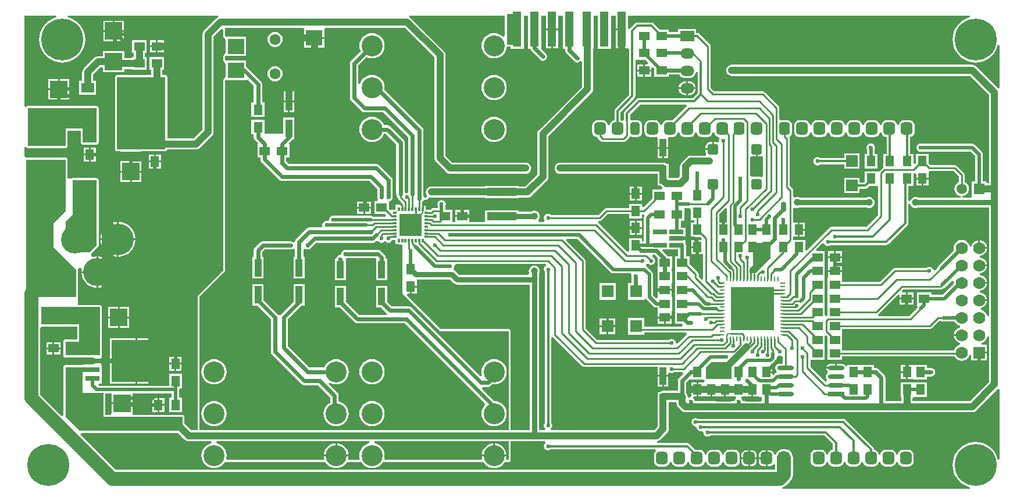
<source format=gtl>
G04 Layer_Physical_Order=1*
G04 Layer_Color=255*
%FSLAX24Y24*%
%MOIN*%
G70*
G01*
G75*
%ADD10R,0.0500X0.0600*%
%ADD11R,0.0450X0.1700*%
%ADD12R,0.0600X0.0500*%
%ADD13R,0.0940X0.0250*%
%ADD14O,0.0940X0.0250*%
%ADD15R,0.0400X0.1000*%
%ADD16R,0.0710X0.0710*%
%ADD17R,0.0110X0.0315*%
%ADD18R,0.0315X0.0110*%
%ADD19R,0.0110X0.0276*%
%ADD20R,0.0276X0.0110*%
%ADD21R,0.2500X0.2500*%
%ADD22R,0.0650X0.0650*%
%ADD23R,0.0800X0.0250*%
%ADD24R,0.0500X0.2000*%
%ADD25R,0.0945X0.0886*%
%ADD26R,0.0984X0.0984*%
%ADD27R,0.2300X0.2200*%
%ADD28R,0.0720X0.0560*%
%ADD29R,0.0984X0.0905*%
%ADD30R,0.1700X0.0450*%
%ADD31R,0.0984X0.0984*%
%ADD32R,0.2800X0.2400*%
%ADD33R,0.0800X0.0300*%
%ADD34R,0.0197X0.0118*%
%ADD35R,0.0236X0.0118*%
%ADD36R,0.0118X0.0197*%
%ADD37R,0.0118X0.0236*%
%ADD38R,0.1260X0.1260*%
%ADD39C,0.0394*%
%ADD40C,0.0197*%
%ADD41C,0.0236*%
%ADD42C,0.0098*%
%ADD43C,0.0315*%
%ADD44C,0.0118*%
%ADD45C,0.0079*%
%ADD46C,0.0276*%
%ADD47C,0.0100*%
%ADD48C,0.0787*%
G04:AMPARAMS|DCode=49|XSize=66.9mil|YSize=70.9mil|CornerRadius=16.7mil|HoleSize=0mil|Usage=FLASHONLY|Rotation=0.000|XOffset=0mil|YOffset=0mil|HoleType=Round|Shape=RoundedRectangle|*
%AMROUNDEDRECTD49*
21,1,0.0669,0.0374,0,0,0.0*
21,1,0.0335,0.0709,0,0,0.0*
1,1,0.0335,0.0167,-0.0187*
1,1,0.0335,-0.0167,-0.0187*
1,1,0.0335,-0.0167,0.0187*
1,1,0.0335,0.0167,0.0187*
%
%ADD49ROUNDEDRECTD49*%
G04:AMPARAMS|DCode=50|XSize=55.1mil|YSize=70.9mil|CornerRadius=13.8mil|HoleSize=0mil|Usage=FLASHONLY|Rotation=0.000|XOffset=0mil|YOffset=0mil|HoleType=Round|Shape=RoundedRectangle|*
%AMROUNDEDRECTD50*
21,1,0.0551,0.0433,0,0,0.0*
21,1,0.0276,0.0709,0,0,0.0*
1,1,0.0276,0.0138,-0.0217*
1,1,0.0276,-0.0138,-0.0217*
1,1,0.0276,-0.0138,0.0217*
1,1,0.0276,0.0138,0.0217*
%
%ADD50ROUNDEDRECTD50*%
G04:AMPARAMS|DCode=51|XSize=63mil|YSize=70.9mil|CornerRadius=15.7mil|HoleSize=0mil|Usage=FLASHONLY|Rotation=0.000|XOffset=0mil|YOffset=0mil|HoleType=Round|Shape=RoundedRectangle|*
%AMROUNDEDRECTD51*
21,1,0.0630,0.0394,0,0,0.0*
21,1,0.0315,0.0709,0,0,0.0*
1,1,0.0315,0.0157,-0.0197*
1,1,0.0315,-0.0157,-0.0197*
1,1,0.0315,-0.0157,0.0197*
1,1,0.0315,0.0157,0.0197*
%
%ADD51ROUNDEDRECTD51*%
%ADD52C,0.2400*%
%ADD53C,0.0700*%
%ADD54R,0.0700X0.0700*%
%ADD55R,0.0591X0.0591*%
%ADD56C,0.0591*%
G04:AMPARAMS|DCode=57|XSize=63mil|YSize=63mil|CornerRadius=15.7mil|HoleSize=0mil|Usage=FLASHONLY|Rotation=0.000|XOffset=0mil|YOffset=0mil|HoleType=Round|Shape=RoundedRectangle|*
%AMROUNDEDRECTD57*
21,1,0.0630,0.0315,0,0,0.0*
21,1,0.0315,0.0630,0,0,0.0*
1,1,0.0315,0.0157,-0.0157*
1,1,0.0315,-0.0157,-0.0157*
1,1,0.0315,-0.0157,0.0157*
1,1,0.0315,0.0157,0.0157*
%
%ADD57ROUNDEDRECTD57*%
%ADD58O,0.0787X0.0591*%
%ADD59R,0.0787X0.0591*%
%ADD60C,0.1200*%
%ADD61C,0.0630*%
%ADD62C,0.1600*%
%ADD63C,0.1800*%
%ADD64C,0.0394*%
%ADD65C,0.0236*%
G36*
X166955Y83768D02*
Y83137D01*
X167152D01*
Y83005D01*
X166955D01*
Y82169D01*
X167500D01*
X167583Y82085D01*
X167542Y81987D01*
X167373D01*
Y81587D01*
Y81187D01*
X167644D01*
Y79773D01*
X167553Y79735D01*
X167395Y79893D01*
Y80020D01*
X167382Y80085D01*
X167345Y80140D01*
X166863Y80622D01*
Y81077D01*
X166666D01*
Y81685D01*
X166649Y81770D01*
X166643Y81779D01*
Y81956D01*
X166625D01*
Y82037D01*
X166125D01*
Y82137D01*
X166625D01*
Y82218D01*
X166643D01*
Y82704D01*
X166370D01*
Y83096D01*
X166568D01*
Y83833D01*
X166665Y83834D01*
X166831D01*
X166856Y83839D01*
X166955Y83768D01*
D02*
G37*
G36*
X171496Y81831D02*
X171496Y80965D01*
X170630Y80098D01*
X170315D01*
X170315Y80374D01*
X170512Y80571D01*
X170512Y81831D01*
X171496Y81831D01*
D02*
G37*
G36*
X132874Y81693D02*
X132480Y81299D01*
X131299D01*
X131102Y81496D01*
Y83071D01*
X131496Y83465D01*
X131496Y85433D01*
X132874D01*
X132874Y81693D01*
D02*
G37*
G36*
X182012Y79631D02*
X182000Y79543D01*
X182008Y79482D01*
X181389Y78863D01*
X180741D01*
Y79010D01*
X179905D01*
Y78274D01*
X179905D01*
X179941Y78175D01*
X179914Y78136D01*
X179902Y78077D01*
X179457Y77631D01*
X177703D01*
X177674Y77730D01*
X177680Y77734D01*
X178832Y78886D01*
X178923Y78848D01*
Y78692D01*
X179273D01*
Y78992D01*
X179066D01*
X179029Y79083D01*
X179106Y79160D01*
X181260D01*
X181325Y79173D01*
X181380Y79210D01*
X181384Y79213D01*
X181443Y79225D01*
X181514Y79273D01*
X181919Y79677D01*
X182012Y79631D01*
D02*
G37*
G36*
X162344Y80159D02*
X162416Y80111D01*
X162500Y80094D01*
X163493D01*
X163519Y80061D01*
X163554Y79996D01*
X163539Y79921D01*
Y79524D01*
X163344D01*
Y78578D01*
X164290D01*
Y78587D01*
X164389Y78617D01*
X164411Y78584D01*
X164805Y78190D01*
X164876Y78142D01*
X164961Y78126D01*
X165027D01*
Y78000D01*
X165027Y77978D01*
X165045Y77887D01*
Y77609D01*
X165445D01*
X165845D01*
Y77887D01*
X165863Y77978D01*
X165863Y78000D01*
Y78693D01*
X165863Y78715D01*
X165845Y78805D01*
Y78813D01*
Y79084D01*
X165445D01*
X165045D01*
Y78805D01*
X165027Y78715D01*
X164940Y78679D01*
X164788Y78832D01*
Y80020D01*
X164771Y80104D01*
X164723Y80176D01*
X164428Y80471D01*
X164388Y80498D01*
X164369Y80597D01*
X164372Y80616D01*
X164390Y80638D01*
X164495Y80637D01*
X164573Y80585D01*
X164665Y80566D01*
X164758Y80585D01*
X164836Y80637D01*
X164888Y80715D01*
X164906Y80807D01*
X164888Y80899D01*
X164836Y80977D01*
X164758Y81030D01*
X164741Y81033D01*
X164727Y81058D01*
X164785Y81157D01*
X164861D01*
X165027Y80991D01*
Y80341D01*
X165027D01*
Y80289D01*
X165027D01*
Y79575D01*
X165027Y79553D01*
X165045Y79462D01*
Y79455D01*
Y79184D01*
X165445D01*
X165845D01*
Y79462D01*
X165863Y79553D01*
X165863Y79575D01*
Y80289D01*
X165863D01*
Y80341D01*
X165863D01*
Y81077D01*
X165620D01*
X165615Y81084D01*
X165320Y81379D01*
X165358Y81469D01*
X166224D01*
Y81077D01*
X166027D01*
Y80388D01*
X166027Y80341D01*
X166027D01*
Y80289D01*
X166027D01*
Y79600D01*
X166027Y79553D01*
X166027D01*
Y79502D01*
X166027D01*
Y78766D01*
X166027D01*
Y78715D01*
X166027D01*
Y77978D01*
X166027Y77978D01*
Y77927D01*
X166027D01*
X166027Y77880D01*
Y77191D01*
X166447D01*
X166490Y77136D01*
X166447Y77041D01*
X164290D01*
Y77524D01*
X163344D01*
Y76578D01*
X164290D01*
Y76699D01*
X166686D01*
X166716Y76601D01*
X166710Y76597D01*
X166183Y76070D01*
X166155Y76073D01*
X166082Y76108D01*
X166069Y76175D01*
X166017Y76253D01*
X165939Y76305D01*
X165846Y76324D01*
X165754Y76305D01*
X165677Y76253D01*
X161586D01*
X160899Y76941D01*
Y80807D01*
X160886Y80872D01*
X160849Y80928D01*
X159805Y81972D01*
X159843Y82063D01*
X160440D01*
X162344Y80159D01*
D02*
G37*
G36*
X179548Y83995D02*
X179598Y83929D01*
X179664Y83878D01*
X179741Y83847D01*
X179823Y83836D01*
X179905Y83847D01*
X179975Y83876D01*
X184033D01*
Y77628D01*
X183934Y77622D01*
X183929Y77666D01*
X183881Y77779D01*
X183806Y77877D01*
X183709Y77952D01*
X183595Y77999D01*
X183569Y78003D01*
Y78102D01*
X183590Y78105D01*
X183699Y78150D01*
X183793Y78222D01*
X183866Y78316D01*
X183911Y78426D01*
X183920Y78493D01*
X183472D01*
Y78593D01*
X183920D01*
X183911Y78661D01*
X183866Y78770D01*
X183793Y78864D01*
X183699Y78936D01*
X183590Y78982D01*
X183499Y78994D01*
Y79093D01*
X183590Y79105D01*
X183699Y79150D01*
X183793Y79222D01*
X183866Y79316D01*
X183911Y79426D01*
X183920Y79493D01*
X183472D01*
Y79593D01*
X183920D01*
X183911Y79661D01*
X183866Y79770D01*
X183793Y79864D01*
X183699Y79936D01*
X183590Y79982D01*
X183499Y79994D01*
Y80093D01*
X183590Y80105D01*
X183699Y80150D01*
X183793Y80222D01*
X183866Y80316D01*
X183911Y80426D01*
X183920Y80493D01*
X183472D01*
Y80593D01*
X183920D01*
X183911Y80661D01*
X183866Y80770D01*
X183793Y80864D01*
X183699Y80936D01*
X183590Y80982D01*
X183499Y80994D01*
Y81093D01*
X183590Y81105D01*
X183699Y81150D01*
X183793Y81222D01*
X183866Y81316D01*
X183911Y81426D01*
X183920Y81493D01*
X183472D01*
Y81543D01*
X183422D01*
Y81991D01*
X183355Y81982D01*
X183246Y81936D01*
X183151Y81864D01*
X183079Y81770D01*
X183034Y81661D01*
X183031Y81639D01*
X182932D01*
X182929Y81666D01*
X182881Y81779D01*
X182806Y81877D01*
X182709Y81952D01*
X182595Y81999D01*
X182472Y82015D01*
X182350Y81999D01*
X182236Y81952D01*
X182139Y81877D01*
X182064Y81779D01*
X182016Y81666D01*
X182000Y81543D01*
X182016Y81421D01*
X182023Y81406D01*
X181143Y80526D01*
X181095Y80455D01*
X181084Y80396D01*
X180944Y80256D01*
X180837Y80288D01*
X180833Y80309D01*
X180781Y80387D01*
X180702Y80439D01*
X180610Y80457D01*
X180518Y80439D01*
X180440Y80387D01*
X178642D01*
X178576Y80374D01*
X178521Y80337D01*
X177784Y79600D01*
X175623D01*
Y79776D01*
X175623Y79797D01*
X175605Y79888D01*
Y80167D01*
X175205D01*
X174805D01*
Y79888D01*
X174787Y79797D01*
X174787Y79776D01*
Y79061D01*
X174787D01*
Y79010D01*
X174787D01*
Y78321D01*
X174787Y78222D01*
X174787Y78175D01*
Y77671D01*
X174712Y77633D01*
X174623Y77683D01*
Y78222D01*
X174623D01*
X174623Y78274D01*
X174623D01*
X174623Y78321D01*
Y79010D01*
X174623Y79010D01*
Y79061D01*
X174623D01*
X174623Y79108D01*
Y79797D01*
X174623D01*
X174623Y79848D01*
X174623D01*
Y80585D01*
X174623D01*
X174623Y80683D01*
Y81372D01*
X174163D01*
X174125Y81463D01*
X174477Y81814D01*
X174556Y81802D01*
X174588Y81786D01*
X174633Y81719D01*
X174711Y81667D01*
X174803Y81649D01*
X174895Y81667D01*
X174958Y81709D01*
X178150D01*
X178219Y81723D01*
X178277Y81762D01*
X179368Y82853D01*
X179407Y82911D01*
X179421Y82980D01*
Y84054D01*
X179516Y84071D01*
X179548Y83995D01*
D02*
G37*
G36*
X131102Y83661D02*
X130413Y82972D01*
X130413Y81594D01*
X131693Y80315D01*
X131693Y78740D01*
X128839Y78740D01*
X128839Y86614D01*
X131102Y86614D01*
X131102Y83661D01*
D02*
G37*
G36*
X136811Y87205D02*
X134055D01*
Y91339D01*
X136811D01*
Y87205D01*
D02*
G37*
G36*
X132874Y87598D02*
X132087D01*
Y88386D01*
X131102D01*
Y87992D01*
Y87402D01*
X128937D01*
Y89567D01*
X132874D01*
Y87598D01*
D02*
G37*
G36*
X164495Y92173D02*
X164457Y92082D01*
X164314D01*
Y91782D01*
X164664D01*
Y91876D01*
X164755Y91913D01*
X164846Y91822D01*
Y91364D01*
X165682D01*
Y91491D01*
X166273D01*
X166339Y91406D01*
X166425Y91340D01*
X166526Y91298D01*
X166634Y91284D01*
X166831D01*
X166939Y91298D01*
X167039Y91340D01*
X167126Y91406D01*
X167192Y91492D01*
X167233Y91593D01*
X167241Y91647D01*
X167339Y91641D01*
Y90429D01*
X167051Y90141D01*
X163976D01*
X163907Y90128D01*
X163849Y90088D01*
X163160Y89399D01*
X163121Y89341D01*
X163107Y89272D01*
Y88900D01*
X163098Y88887D01*
X163061Y88857D01*
X163015Y88836D01*
X162983Y88849D01*
X162922Y88857D01*
Y89339D01*
X163710Y90128D01*
X163750Y90187D01*
X163763Y90256D01*
Y92310D01*
X163846Y92348D01*
X164320D01*
X164495Y92173D01*
D02*
G37*
G36*
X170759Y86788D02*
X170866D01*
X170933Y86796D01*
X170996Y86822D01*
X171089Y86770D01*
Y85662D01*
X171042Y85629D01*
X170991Y85609D01*
X170938Y85631D01*
X170866Y85640D01*
X170551D01*
X170479Y85631D01*
X170446Y85617D01*
X170364Y85659D01*
X170348Y85678D01*
Y86755D01*
X170375Y86780D01*
X170446Y86812D01*
X170484Y86796D01*
X170551Y86788D01*
X170659D01*
Y87205D01*
X170759D01*
Y86788D01*
D02*
G37*
G36*
X163411Y83235D02*
X164148D01*
Y83466D01*
X164246Y83471D01*
X164273Y83435D01*
X164289Y83389D01*
X164265Y83352D01*
X164248Y83268D01*
Y81933D01*
X164148D01*
Y82103D01*
X163411D01*
Y81359D01*
X163313Y81318D01*
X161636Y82995D01*
X161630Y82999D01*
X161660Y83097D01*
X161713D01*
X161778Y83110D01*
X161833Y83147D01*
X162169Y83483D01*
X163411D01*
Y83235D01*
D02*
G37*
G36*
X169022Y83810D02*
Y82987D01*
X168849D01*
Y82587D01*
X168749D01*
Y82987D01*
X168576D01*
Y83492D01*
X168931Y83848D01*
X169022Y83810D01*
D02*
G37*
G36*
X182294Y85673D02*
Y85318D01*
X182256Y85302D01*
X182170Y85236D01*
X182103Y85149D01*
X182062Y85049D01*
X182048Y84941D01*
X182062Y84833D01*
X182103Y84732D01*
X182170Y84646D01*
X182256Y84580D01*
X182357Y84538D01*
X182419Y84530D01*
X182413Y84432D01*
X179975D01*
X179905Y84460D01*
X179823Y84471D01*
X179741Y84460D01*
X179664Y84429D01*
X179598Y84378D01*
X179548Y84312D01*
X179516Y84236D01*
X179421Y84253D01*
Y85106D01*
X179699D01*
Y85804D01*
X179786Y85846D01*
X179867Y85793D01*
Y85574D01*
X180217D01*
X180567D01*
Y85861D01*
X180610Y85938D01*
X180653Y85951D01*
X182016D01*
X182294Y85673D01*
D02*
G37*
G36*
X181313Y77339D02*
X181398Y77323D01*
X182057D01*
X182064Y77307D01*
X182139Y77209D01*
X182236Y77134D01*
X182350Y77087D01*
X182376Y77084D01*
Y76985D01*
X182355Y76982D01*
X182246Y76936D01*
X182152Y76864D01*
X182079Y76770D01*
X182034Y76661D01*
X182025Y76593D01*
X182472D01*
Y76493D01*
X182025D01*
X182034Y76426D01*
X182079Y76316D01*
X182152Y76222D01*
X182246Y76150D01*
X182355Y76105D01*
X182376Y76102D01*
Y76003D01*
X182350Y75999D01*
X182236Y75952D01*
X182139Y75877D01*
X182064Y75779D01*
X182016Y75666D01*
X182016Y75663D01*
X175623D01*
X175623Y75886D01*
X175623Y75959D01*
Y76600D01*
X175623Y76648D01*
X175623D01*
Y76699D01*
X175623D01*
Y76896D01*
X180626D01*
X180691Y76909D01*
X180747Y76946D01*
X181173Y77373D01*
X181263D01*
X181313Y77339D01*
D02*
G37*
G36*
X158660Y80538D02*
X158656Y80530D01*
X158590Y80485D01*
X158537Y80407D01*
X158519Y80315D01*
X158537Y80223D01*
X158579Y80160D01*
Y71513D01*
X158537Y71450D01*
X158519Y71358D01*
X158537Y71266D01*
X158590Y71188D01*
X158596Y71184D01*
X158566Y71085D01*
X158250D01*
Y79724D01*
Y80065D01*
X158279Y80134D01*
X158290Y80217D01*
X158279Y80299D01*
X158248Y80375D01*
X158197Y80441D01*
X158131Y80492D01*
X158055Y80523D01*
X157972Y80534D01*
X157890Y80523D01*
X157814Y80492D01*
X157748Y80441D01*
X157697Y80375D01*
X157666Y80299D01*
X157655Y80217D01*
X157666Y80134D01*
X157679Y80101D01*
X157628Y80002D01*
X153658D01*
X153445Y80216D01*
X153387Y80260D01*
X153378Y80264D01*
X153370Y80275D01*
X153345Y80379D01*
X153372Y80420D01*
X153390Y80512D01*
X153385Y80538D01*
X153460Y80636D01*
X158622D01*
X158660Y80538D01*
D02*
G37*
G36*
X160706Y74781D02*
X160761Y74744D01*
X160827Y74731D01*
X165054D01*
Y74250D01*
X165354D01*
X165654D01*
Y74332D01*
X165753Y74385D01*
X165754Y74384D01*
X165846Y74365D01*
X165939Y74384D01*
X166016Y74436D01*
X166476D01*
X166516Y74337D01*
X166267Y74088D01*
X166214Y74009D01*
X166196Y73917D01*
Y73349D01*
X165354D01*
X165272Y73338D01*
X165195Y73307D01*
X165146Y73268D01*
X165036D01*
Y72032D01*
X165037D01*
Y71293D01*
X164829Y71085D01*
X158954D01*
X158924Y71184D01*
X158930Y71188D01*
X158982Y71266D01*
X159001Y71358D01*
X158982Y71450D01*
X158940Y71513D01*
Y76415D01*
X159013Y76446D01*
X159039Y76448D01*
X160706Y74781D01*
D02*
G37*
G36*
X132087Y73228D02*
X133268D01*
Y71850D01*
X131102D01*
X131102Y74705D01*
X132087D01*
X132087Y73228D01*
D02*
G37*
G36*
X153347Y79528D02*
X153404Y79484D01*
X153471Y79456D01*
X153543Y79446D01*
X157694D01*
Y71085D01*
X156616D01*
Y76772D01*
X156607Y76818D01*
X156581Y76857D01*
X156542Y76883D01*
X156496Y76892D01*
X152609D01*
X150677Y78824D01*
X150677Y78851D01*
X150707Y78923D01*
X150836D01*
Y79323D01*
X150886D01*
Y79373D01*
X151236D01*
Y79660D01*
X151236Y79723D01*
X151326Y79742D01*
X153133D01*
X153347Y79528D01*
D02*
G37*
G36*
X148525Y70355D02*
X148389Y70314D01*
X148264Y70247D01*
X148155Y70157D01*
X148065Y70048D01*
X147999Y69923D01*
X147958Y69788D01*
X147944Y69647D01*
X147958Y69506D01*
X147969Y69469D01*
X147910Y69390D01*
X147346D01*
X147288Y69469D01*
X147300Y69510D01*
X147309Y69597D01*
X146610D01*
X145912D01*
X145920Y69510D01*
X145933Y69469D01*
X145874Y69390D01*
X140365D01*
X140307Y69469D01*
X140318Y69506D01*
X140332Y69647D01*
X140318Y69788D01*
X140277Y69923D01*
X140210Y70048D01*
X140120Y70157D01*
X140011Y70247D01*
X139886Y70314D01*
X139751Y70355D01*
X139766Y70450D01*
X148510D01*
X148525Y70355D01*
D02*
G37*
G36*
X156496Y69390D02*
X156401D01*
X156343Y69469D01*
X156355Y69510D01*
X156364Y69597D01*
X155665D01*
X154967D01*
X154975Y69510D01*
X154988Y69469D01*
X154929Y69390D01*
X149420D01*
X149362Y69469D01*
X149373Y69506D01*
X149387Y69647D01*
X149373Y69788D01*
X149332Y69923D01*
X149265Y70048D01*
X149176Y70157D01*
X149066Y70247D01*
X148941Y70314D01*
X148806Y70355D01*
X148821Y70450D01*
X156496D01*
Y69390D01*
D02*
G37*
G36*
X137795Y71850D02*
X137795Y71063D01*
X131890Y71063D01*
X131102Y71850D01*
X137795Y71850D01*
D02*
G37*
G36*
X169291Y74016D02*
X167815D01*
X167815Y74705D01*
X168110Y75000D01*
X169291D01*
X169291Y74016D01*
D02*
G37*
G36*
X172047Y75350D02*
X172100Y75360D01*
X172198Y75298D01*
Y74915D01*
X172024D01*
X171929Y74896D01*
X171849Y74843D01*
X171795Y74762D01*
X171776Y74667D01*
X171795Y74572D01*
X171849Y74492D01*
X171865Y74481D01*
X171845Y74376D01*
X171819Y74371D01*
X171747Y74323D01*
X171701Y74277D01*
X171610Y74314D01*
Y74367D01*
X171260D01*
Y74467D01*
X171610D01*
Y74817D01*
X171610Y74817D01*
X171624Y74910D01*
X171672Y74942D01*
X171810Y75080D01*
X171858Y75152D01*
X171874Y75236D01*
Y75304D01*
X171908Y75330D01*
X171973Y75365D01*
X172047Y75350D01*
D02*
G37*
G36*
X133071Y75394D02*
X131102D01*
Y76181D01*
X131890D01*
Y77165D01*
X129724D01*
Y78150D01*
X133071D01*
Y75394D01*
D02*
G37*
G36*
X166955Y73999D02*
Y73999D01*
X167603D01*
X167691Y73999D01*
X167704Y73970D01*
X167730Y73931D01*
X167702Y73831D01*
X167700Y73829D01*
X167662Y73817D01*
X167373D01*
Y73417D01*
Y73017D01*
X167662D01*
X167673Y73017D01*
X167760D01*
X167771Y73017D01*
X168060D01*
Y73417D01*
X168160D01*
Y73017D01*
X168449D01*
X168460Y73017D01*
X168548D01*
X168559Y73017D01*
X168848D01*
Y73417D01*
X168948D01*
Y73017D01*
X169237D01*
X169248Y73017D01*
X169335Y73017D01*
X169346Y73017D01*
X169503D01*
X169533Y72919D01*
X169515Y72907D01*
X169463Y72828D01*
X169449Y72759D01*
X167166D01*
X167152Y72828D01*
X167099Y72907D01*
X167081Y72919D01*
X167111Y73017D01*
X167273D01*
Y73367D01*
X166973D01*
Y73069D01*
X166940Y73000D01*
X166846Y72966D01*
X166795Y72991D01*
X166755Y73022D01*
Y73032D01*
X166744Y73114D01*
X166712Y73190D01*
X166678Y73235D01*
Y73818D01*
X166887Y74027D01*
X166955Y73999D01*
D02*
G37*
G36*
X184646Y73429D02*
Y69423D01*
X184547Y69411D01*
X184525Y69503D01*
X184446Y69695D01*
X184337Y69872D01*
X184203Y70029D01*
X184045Y70164D01*
X183868Y70273D01*
X183676Y70352D01*
X183475Y70400D01*
X183268Y70417D01*
X183061Y70400D01*
X182859Y70352D01*
X182667Y70273D01*
X182491Y70164D01*
X182333Y70029D01*
X182198Y69872D01*
X182090Y69695D01*
X182010Y69503D01*
X181962Y69301D01*
X181946Y69094D01*
X181962Y68888D01*
X182010Y68686D01*
X182090Y68494D01*
X182198Y68317D01*
X182333Y68160D01*
X182491Y68025D01*
X182667Y67916D01*
X182859Y67837D01*
X182951Y67815D01*
X182939Y67717D01*
X172204D01*
X172181Y67808D01*
X172305Y67860D01*
X172412Y67942D01*
X172649Y68179D01*
X172649Y68179D01*
X172731Y68286D01*
X172783Y68410D01*
X172800Y68544D01*
X172800Y68544D01*
Y69486D01*
X172783Y69620D01*
X172731Y69744D01*
X172730Y69746D01*
X172730Y69748D01*
X172701Y69817D01*
X172655Y69877D01*
X172596Y69923D01*
X172526Y69951D01*
X172486Y69957D01*
X172418Y69985D01*
X172284Y70002D01*
X172151Y69985D01*
X172082Y69957D01*
X172042Y69951D01*
X171973Y69923D01*
X171913Y69877D01*
X171868Y69817D01*
X171839Y69748D01*
X171839Y69746D01*
X171837Y69744D01*
X171817Y69697D01*
X171716Y69710D01*
X171712Y69743D01*
X171685Y69808D01*
X171642Y69864D01*
X171586Y69907D01*
X171521Y69934D01*
X171452Y69943D01*
X171334D01*
Y69486D01*
Y69030D01*
X171452D01*
X171521Y69039D01*
X171586Y69066D01*
X171642Y69109D01*
X171670Y69144D01*
X171756Y69125D01*
X171768Y69119D01*
Y68823D01*
X133974D01*
X131953Y70844D01*
X131994Y70943D01*
X137557Y70943D01*
X137956Y70543D01*
X138022Y70493D01*
X138099Y70461D01*
X138181Y70450D01*
X139454D01*
X139469Y70355D01*
X139334Y70314D01*
X139209Y70247D01*
X139100Y70157D01*
X139010Y70048D01*
X138944Y69923D01*
X138903Y69788D01*
X138889Y69647D01*
X138903Y69506D01*
X138944Y69371D01*
X139010Y69246D01*
X139100Y69137D01*
X139209Y69047D01*
X139334Y68981D01*
X139469Y68940D01*
X139610Y68926D01*
X139751Y68940D01*
X139886Y68981D01*
X140011Y69047D01*
X140120Y69137D01*
X140206Y69242D01*
X140210Y69245D01*
X140214Y69249D01*
X140229Y69258D01*
X140252Y69266D01*
X140319Y69279D01*
X140334Y69276D01*
X140347Y69271D01*
X140356Y69271D01*
X140365Y69269D01*
X145874D01*
X145883Y69271D01*
X145892Y69271D01*
X145906Y69276D01*
X145920Y69279D01*
X145990Y69254D01*
X146019Y69236D01*
X146019Y69235D01*
X146100Y69137D01*
X146209Y69047D01*
X146334Y68981D01*
X146469Y68940D01*
X146610Y68926D01*
X146751Y68940D01*
X146886Y68981D01*
X147011Y69047D01*
X147120Y69137D01*
X147201Y69235D01*
X147202Y69236D01*
X147231Y69254D01*
X147300Y69279D01*
X147315Y69276D01*
X147329Y69271D01*
X147337Y69271D01*
X147346Y69269D01*
X147910D01*
X147919Y69271D01*
X147928Y69271D01*
X147942Y69276D01*
X147956Y69279D01*
X148024Y69266D01*
X148047Y69258D01*
X148062Y69249D01*
X148066Y69245D01*
X148069Y69242D01*
X148155Y69137D01*
X148264Y69047D01*
X148389Y68981D01*
X148525Y68940D01*
X148665Y68926D01*
X148806Y68940D01*
X148941Y68981D01*
X149066Y69047D01*
X149176Y69137D01*
X149261Y69242D01*
X149265Y69245D01*
X149269Y69249D01*
X149284Y69258D01*
X149307Y69266D01*
X149374Y69279D01*
X149389Y69276D01*
X149403Y69271D01*
X149412Y69271D01*
X149420Y69269D01*
X154929D01*
X154938Y69271D01*
X154947Y69271D01*
X154961Y69276D01*
X154975Y69279D01*
X155045Y69254D01*
X155074Y69236D01*
X155074Y69235D01*
X155155Y69137D01*
X155264Y69047D01*
X155389Y68981D01*
X155525Y68940D01*
X155665Y68926D01*
X155806Y68940D01*
X155941Y68981D01*
X156066Y69047D01*
X156176Y69137D01*
X156256Y69235D01*
X156257Y69236D01*
X156286Y69254D01*
X156355Y69279D01*
X156370Y69276D01*
X156384Y69271D01*
X156393Y69271D01*
X156401Y69269D01*
X156496D01*
X156542Y69279D01*
X156581Y69305D01*
X156607Y69344D01*
X156616Y69390D01*
Y70450D01*
X158566D01*
X158596Y70352D01*
X158590Y70347D01*
X158537Y70269D01*
X158519Y70177D01*
X158537Y70085D01*
X158590Y70007D01*
X158668Y69955D01*
X158760Y69936D01*
X158852Y69955D01*
X158915Y69997D01*
X164908D01*
X164941Y69898D01*
X164913Y69877D01*
X164868Y69817D01*
X164839Y69748D01*
X164829Y69673D01*
Y69299D01*
X164839Y69225D01*
X164868Y69155D01*
X164913Y69096D01*
X164973Y69050D01*
X165042Y69021D01*
X165117Y69011D01*
X165452D01*
X165526Y69021D01*
X165596Y69050D01*
X165655Y69096D01*
X165701Y69155D01*
X165730Y69225D01*
X165735Y69262D01*
X165834D01*
X165839Y69225D01*
X165868Y69155D01*
X165913Y69096D01*
X165973Y69050D01*
X166042Y69021D01*
X166117Y69011D01*
X166452D01*
X166526Y69021D01*
X166596Y69050D01*
X166655Y69096D01*
X166701Y69155D01*
X166730Y69225D01*
X166735Y69262D01*
X166834D01*
X166839Y69225D01*
X166868Y69155D01*
X166913Y69096D01*
X166973Y69050D01*
X167042Y69021D01*
X167117Y69011D01*
X167452D01*
X167526Y69021D01*
X167596Y69050D01*
X167655Y69096D01*
X167701Y69155D01*
X167730Y69225D01*
X167735Y69262D01*
X167834D01*
X167839Y69225D01*
X167868Y69155D01*
X167913Y69096D01*
X167973Y69050D01*
X168042Y69021D01*
X168117Y69011D01*
X168452D01*
X168526Y69021D01*
X168596Y69050D01*
X168655Y69096D01*
X168701Y69155D01*
X168730Y69225D01*
X168735Y69262D01*
X168834D01*
X168839Y69225D01*
X168868Y69155D01*
X168913Y69096D01*
X168973Y69050D01*
X169042Y69021D01*
X169117Y69011D01*
X169452D01*
X169526Y69021D01*
X169596Y69050D01*
X169655Y69096D01*
X169701Y69155D01*
X169730Y69225D01*
X169739Y69299D01*
Y69673D01*
X169730Y69748D01*
X169701Y69817D01*
X169655Y69877D01*
X169596Y69923D01*
X169526Y69951D01*
X169452Y69961D01*
X169117D01*
X169042Y69951D01*
X168973Y69923D01*
X168913Y69877D01*
X168868Y69817D01*
X168839Y69748D01*
X168834Y69710D01*
X168735D01*
X168730Y69748D01*
X168701Y69817D01*
X168655Y69877D01*
X168596Y69923D01*
X168526Y69951D01*
X168452Y69961D01*
X168117D01*
X168042Y69951D01*
X167973Y69923D01*
X167913Y69877D01*
X167868Y69817D01*
X167839Y69748D01*
X167834Y69710D01*
X167735D01*
X167730Y69748D01*
X167701Y69817D01*
X167655Y69877D01*
X167596Y69923D01*
X167526Y69951D01*
X167452Y69961D01*
X167204D01*
X166860Y70305D01*
X166801Y70344D01*
X166732Y70358D01*
X165014D01*
X165008Y70456D01*
X165043Y70461D01*
X165119Y70493D01*
X165185Y70543D01*
X165579Y70937D01*
X165629Y71003D01*
X165661Y71079D01*
X165672Y71161D01*
Y72032D01*
X165672D01*
Y72714D01*
X166119D01*
Y72638D01*
X166130Y72556D01*
X166162Y72479D01*
X166212Y72413D01*
X166409Y72216D01*
X166475Y72166D01*
X166552Y72134D01*
X166634Y72123D01*
X183071D01*
X183153Y72134D01*
X183230Y72166D01*
X183295Y72216D01*
X184547Y73468D01*
X184646Y73429D01*
D02*
G37*
G36*
X174787Y76456D02*
Y75959D01*
X174787Y75886D01*
X174787Y75813D01*
Y75124D01*
X175623D01*
Y75322D01*
X182058D01*
X182064Y75307D01*
X182139Y75209D01*
X182236Y75134D01*
X182350Y75087D01*
X182472Y75071D01*
X182595Y75087D01*
X182709Y75134D01*
X182806Y75209D01*
X182881Y75307D01*
X182929Y75421D01*
X183022Y75402D01*
Y75093D01*
X183422D01*
Y75543D01*
X183472D01*
Y75593D01*
X183922D01*
Y75993D01*
X183614D01*
X183595Y76087D01*
X183709Y76134D01*
X183806Y76209D01*
X183881Y76307D01*
X183929Y76421D01*
X183934Y76465D01*
X184033Y76459D01*
Y73852D01*
X182939Y72759D01*
X179648D01*
Y72922D01*
X179699Y72999D01*
X179750D01*
Y72999D01*
X180486D01*
Y73835D01*
X179750D01*
Y73835D01*
X179699D01*
Y73835D01*
X178963D01*
Y72999D01*
X179013D01*
Y72759D01*
X178095D01*
Y74114D01*
X178077Y74206D01*
X178025Y74284D01*
X177721Y74588D01*
X177643Y74640D01*
X177551Y74658D01*
X177435D01*
Y74835D01*
X176699D01*
Y74835D01*
X176648D01*
Y74835D01*
X175911D01*
Y74791D01*
X175813Y74774D01*
X175776Y74830D01*
X175702Y74879D01*
X175614Y74897D01*
X175319D01*
Y74667D01*
X175269D01*
Y74617D01*
X174704D01*
X174712Y74580D01*
X174762Y74505D01*
X174795Y74483D01*
X174796Y74481D01*
X174792Y74371D01*
X174749Y74343D01*
X174695Y74262D01*
X174676Y74167D01*
X174695Y74072D01*
X174749Y73992D01*
X174722Y73894D01*
X174675Y73855D01*
X174657Y73858D01*
X173793Y74722D01*
Y75124D01*
X174623D01*
Y75813D01*
X174623Y75860D01*
X174623D01*
X174623Y75911D01*
X174623D01*
Y76492D01*
X174714Y76529D01*
X174787Y76456D01*
D02*
G37*
G36*
X170522Y73017D02*
X170822D01*
X170822Y73017D01*
X170892Y72999D01*
X170892Y72999D01*
X170913Y72999D01*
X171019D01*
Y72759D01*
X169921D01*
X169908Y72828D01*
X169855Y72907D01*
X169837Y72919D01*
X169867Y73017D01*
X170027D01*
X170035Y73017D01*
Y73017D01*
X170122Y73017D01*
Y73017D01*
X170131Y73017D01*
X170422D01*
Y73417D01*
X170522D01*
Y73017D01*
D02*
G37*
G36*
X159624Y92976D02*
X159751D01*
Y92862D01*
X159770Y92770D01*
X159822Y92692D01*
X160263Y92251D01*
X160341Y92199D01*
X160433Y92180D01*
X160525Y92199D01*
X160603Y92251D01*
X160608Y92257D01*
X160706Y92227D01*
Y90781D01*
X158240Y88315D01*
X158189Y88249D01*
X158158Y88173D01*
X158147Y88091D01*
Y85762D01*
X157458Y85073D01*
X157070D01*
Y85098D01*
X155134D01*
Y85073D01*
X152067D01*
X151985Y85062D01*
X151908Y85030D01*
X151842Y84980D01*
X151792Y84914D01*
X151760Y84837D01*
X151749Y84755D01*
X151760Y84673D01*
X151792Y84596D01*
X151829Y84547D01*
X151812Y84486D01*
X151787Y84449D01*
X151772D01*
X151766Y84443D01*
X151717Y84433D01*
X151619Y84495D01*
Y88287D01*
X151600Y88380D01*
X151548Y88458D01*
X149375Y90631D01*
X149387Y90748D01*
X149373Y90889D01*
X149332Y91024D01*
X149265Y91149D01*
X149176Y91258D01*
X149066Y91348D01*
X148941Y91415D01*
X148806Y91456D01*
X148665Y91470D01*
X148525Y91456D01*
X148389Y91415D01*
X148264Y91348D01*
X148155Y91258D01*
X148065Y91149D01*
X147999Y91024D01*
X147977Y90953D01*
X147879Y90967D01*
Y92021D01*
X148357Y92499D01*
X148389Y92481D01*
X148525Y92440D01*
X148665Y92426D01*
X148806Y92440D01*
X148941Y92481D01*
X149066Y92548D01*
X149176Y92638D01*
X149265Y92747D01*
X149332Y92872D01*
X149373Y93007D01*
X149387Y93148D01*
X149373Y93289D01*
X149332Y93424D01*
X149265Y93549D01*
X149176Y93658D01*
X149066Y93748D01*
X148941Y93815D01*
X148806Y93856D01*
X148665Y93870D01*
X148525Y93856D01*
X148389Y93815D01*
X148264Y93748D01*
X148155Y93658D01*
X148065Y93549D01*
X147999Y93424D01*
X147958Y93289D01*
X147944Y93148D01*
X147958Y93007D01*
X147999Y92872D01*
X148016Y92839D01*
X147467Y92291D01*
X147415Y92213D01*
X147397Y92120D01*
Y90157D01*
X147415Y90065D01*
X147467Y89987D01*
X148058Y89397D01*
X148136Y89344D01*
X148228Y89326D01*
X149310D01*
X150743Y87892D01*
Y85039D01*
X150743Y84734D01*
X150689Y84690D01*
X150635Y84679D01*
X150550Y84732D01*
X150536Y84749D01*
Y87598D01*
X150518Y87691D01*
X150466Y87769D01*
X149716Y88518D01*
X149638Y88571D01*
X149546Y88589D01*
X149343D01*
X149332Y88624D01*
X149265Y88749D01*
X149176Y88858D01*
X149066Y88948D01*
X148941Y89015D01*
X148806Y89056D01*
X148665Y89070D01*
X148525Y89056D01*
X148389Y89015D01*
X148264Y88948D01*
X148155Y88858D01*
X148065Y88749D01*
X147999Y88624D01*
X147958Y88489D01*
X147944Y88348D01*
X147958Y88207D01*
X147999Y88072D01*
X148065Y87947D01*
X148155Y87838D01*
X148264Y87748D01*
X148389Y87681D01*
X148525Y87640D01*
X148665Y87626D01*
X148806Y87640D01*
X148941Y87681D01*
X149066Y87748D01*
X149176Y87838D01*
X149265Y87947D01*
X149332Y88072D01*
X149343Y88107D01*
X149446D01*
X150054Y87499D01*
Y84646D01*
X150073Y84553D01*
X150125Y84476D01*
Y84449D01*
X150138Y84384D01*
X150175Y84328D01*
X150396Y84107D01*
X150397Y84101D01*
X150348Y84016D01*
X150020D01*
Y83740D01*
X149744D01*
Y83740D01*
X149724Y83732D01*
X149639Y83797D01*
Y84214D01*
X149698Y84226D01*
X149777Y84279D01*
X149829Y84357D01*
X149847Y84449D01*
Y85433D01*
X149829Y85525D01*
X149777Y85603D01*
X149088Y86292D01*
X149009Y86345D01*
X148917Y86363D01*
X143899D01*
X143753Y86509D01*
Y86738D01*
X143930D01*
Y87474D01*
X143930D01*
X143897Y87553D01*
X144068Y87723D01*
X144106Y87780D01*
X144216D01*
Y89016D01*
X143580D01*
Y88091D01*
X142494D01*
Y88894D01*
X141758D01*
Y88058D01*
X141885D01*
Y87894D01*
X141903Y87802D01*
X141956Y87723D01*
X142126Y87553D01*
X142094Y87474D01*
X142094D01*
Y86738D01*
X142271D01*
Y86622D01*
X142289Y86530D01*
X142342Y86452D01*
X143334Y85460D01*
X143412Y85407D01*
X143504Y85389D01*
X148522D01*
X148972Y84940D01*
Y84449D01*
X148990Y84357D01*
X149011Y84325D01*
X148959Y84226D01*
X148802D01*
Y83490D01*
X149420D01*
X149467Y83432D01*
X149427Y83340D01*
X148756D01*
X148707Y83373D01*
X148622Y83390D01*
X146551D01*
X146549Y83392D01*
X146457Y83410D01*
X146365Y83392D01*
X146286Y83340D01*
X146234Y83261D01*
X146216Y83169D01*
X146205Y83156D01*
X146129Y83102D01*
X146063Y83115D01*
X145971Y83097D01*
X145893Y83044D01*
X145840Y82966D01*
X145822Y82874D01*
X145833Y82820D01*
X145772Y82721D01*
X145079D01*
X144987Y82703D01*
X144908Y82651D01*
X144318Y82060D01*
X144266Y81982D01*
X144252Y81912D01*
X144205Y81885D01*
X144196Y81882D01*
X144149Y81875D01*
X144088Y81915D01*
X143996Y81934D01*
X142421D01*
X142329Y81915D01*
X142251Y81863D01*
X141956Y81568D01*
X141903Y81490D01*
X141885Y81398D01*
Y81019D01*
X141808D01*
Y79783D01*
X142444D01*
Y81019D01*
X142367D01*
Y81298D01*
X142521Y81452D01*
X143996D01*
X144088Y81470D01*
X144149Y81511D01*
X144213Y81491D01*
X144247Y81467D01*
Y81019D01*
X144170D01*
Y79783D01*
X144806D01*
Y81019D01*
X144729D01*
Y81467D01*
X144764Y81491D01*
X144827Y81511D01*
X144888Y81470D01*
X144980Y81452D01*
X145072Y81470D01*
X145151Y81523D01*
X145474Y81846D01*
X148720D01*
X148813Y81864D01*
X148891Y81916D01*
X148911Y81936D01*
X149037Y81924D01*
X149042Y81916D01*
X149120Y81864D01*
X149213Y81846D01*
X149305Y81864D01*
X149383Y81916D01*
X149431D01*
X149509Y81864D01*
X149601Y81846D01*
X149694Y81864D01*
X149772Y81916D01*
X149824Y81994D01*
X149827Y82008D01*
X150020D01*
Y81752D01*
X150217D01*
Y81732D01*
X150394D01*
Y78937D01*
X150591Y78740D01*
X152559Y76772D01*
X156496D01*
Y71085D01*
X138780D01*
Y78346D01*
Y78740D01*
X140256Y80217D01*
Y82579D01*
Y84611D01*
Y91081D01*
X140276Y91171D01*
X140354Y91171D01*
X141457D01*
Y91171D01*
X141529Y91201D01*
X141885Y90845D01*
Y89894D01*
X141758D01*
Y89058D01*
X142494D01*
Y89894D01*
X142367D01*
Y90945D01*
X142348Y91037D01*
X142296Y91115D01*
X141509Y91903D01*
X141457Y91937D01*
Y92293D01*
X140354D01*
X140276Y92293D01*
X140256Y92384D01*
Y92459D01*
X140276Y92549D01*
X140354Y92549D01*
X141457D01*
Y93671D01*
X140354D01*
X140276Y93671D01*
X140256Y93762D01*
Y94171D01*
X144702D01*
X144782Y94126D01*
X144782Y94072D01*
Y93633D01*
X145927D01*
Y94072D01*
X145927Y94126D01*
X146007Y94171D01*
X150557D01*
X152241Y92487D01*
Y86713D01*
X152252Y86630D01*
X152284Y86554D01*
X152334Y86488D01*
X152925Y85897D01*
X152991Y85847D01*
X153067Y85815D01*
X153150Y85804D01*
X157480D01*
X157563Y85815D01*
X157639Y85847D01*
X157705Y85897D01*
X157755Y85963D01*
X157787Y86040D01*
X157798Y86122D01*
X157787Y86204D01*
X157755Y86281D01*
X157705Y86347D01*
X157639Y86397D01*
X157563Y86429D01*
X157480Y86440D01*
X153281D01*
X152877Y86844D01*
Y92618D01*
X152866Y92700D01*
X152834Y92777D01*
X152784Y92843D01*
X150914Y94713D01*
X150848Y94763D01*
X150799Y94783D01*
X150819Y94882D01*
X156277D01*
Y94688D01*
X156277Y94685D01*
X156277Y94682D01*
Y94098D01*
X156277Y94094D01*
X156277Y94091D01*
Y93690D01*
X156179Y93654D01*
X156176Y93658D01*
X156066Y93748D01*
X155941Y93815D01*
X155806Y93856D01*
X155665Y93870D01*
X155525Y93856D01*
X155389Y93815D01*
X155264Y93748D01*
X155155Y93658D01*
X155065Y93549D01*
X154999Y93424D01*
X154958Y93289D01*
X154944Y93148D01*
X154958Y93007D01*
X154999Y92872D01*
X155065Y92747D01*
X155155Y92638D01*
X155264Y92548D01*
X155389Y92481D01*
X155525Y92440D01*
X155665Y92426D01*
X155806Y92440D01*
X155941Y92481D01*
X156066Y92548D01*
X156176Y92638D01*
X156265Y92747D01*
X156332Y92872D01*
X156373Y93007D01*
X156380Y93075D01*
X156398Y93088D01*
X156624D01*
Y92976D01*
X157360D01*
Y94882D01*
X157624D01*
Y92976D01*
X157754D01*
X157770Y92900D01*
X157822Y92822D01*
X158294Y92349D01*
X158372Y92297D01*
X158465Y92279D01*
X158557Y92297D01*
X158635Y92349D01*
X158687Y92428D01*
X158705Y92520D01*
X158687Y92612D01*
X158635Y92690D01*
X158419Y92906D01*
X158360Y92976D01*
X158360D01*
X158360Y92976D01*
Y94882D01*
X158642D01*
Y94144D01*
X158992D01*
X159342D01*
Y94882D01*
X159624D01*
Y92976D01*
D02*
G37*
G36*
X156890Y93209D02*
X156398Y93209D01*
Y94980D01*
X156890Y94980D01*
Y93209D01*
D02*
G37*
G36*
X182951Y94783D02*
X182859Y94761D01*
X182667Y94682D01*
X182491Y94574D01*
X182333Y94439D01*
X182198Y94281D01*
X182090Y94104D01*
X182010Y93913D01*
X181962Y93711D01*
X181946Y93504D01*
X181962Y93297D01*
X182010Y93095D01*
X182090Y92904D01*
X182198Y92727D01*
X182333Y92569D01*
X182491Y92434D01*
X182667Y92326D01*
X182859Y92246D01*
X183061Y92198D01*
X183268Y92182D01*
X183475Y92198D01*
X183676Y92246D01*
X183868Y92326D01*
X184045Y92434D01*
X184203Y92569D01*
X184337Y92727D01*
X184446Y92904D01*
X184525Y93095D01*
X184547Y93187D01*
X184646Y93176D01*
Y90744D01*
X184547Y90705D01*
X183295Y91957D01*
X183230Y92007D01*
X183153Y92039D01*
X183071Y92050D01*
X169291D01*
X169209Y92039D01*
X169132Y92007D01*
X169067Y91957D01*
X169016Y91891D01*
X168984Y91814D01*
X168974Y91732D01*
X168984Y91650D01*
X169016Y91573D01*
X169067Y91508D01*
X169132Y91457D01*
X169209Y91425D01*
X169291Y91415D01*
X182939D01*
X184033Y90321D01*
Y85259D01*
X183878D01*
Y85354D01*
X183685D01*
Y86909D01*
X183669Y86994D01*
X183621Y87066D01*
X183227Y87459D01*
X183155Y87507D01*
X183071Y87524D01*
X180213D01*
X180210Y87526D01*
X180118Y87544D01*
X180026Y87526D01*
X179948Y87473D01*
X179896Y87395D01*
X179877Y87303D01*
X179896Y87211D01*
X179948Y87133D01*
X180026Y87081D01*
X180118Y87062D01*
X180210Y87081D01*
X180213Y87082D01*
X182979D01*
X183244Y86818D01*
Y85354D01*
X183051D01*
Y84528D01*
X183051D01*
X183045Y84432D01*
X182516D01*
X182510Y84530D01*
X182572Y84538D01*
X182673Y84580D01*
X182759Y84646D01*
X182826Y84732D01*
X182867Y84833D01*
X182882Y84941D01*
X182867Y85049D01*
X182826Y85149D01*
X182759Y85236D01*
X182673Y85302D01*
X182635Y85318D01*
Y85744D01*
X182622Y85809D01*
X182585Y85865D01*
X182207Y86243D01*
X182152Y86280D01*
X182087Y86293D01*
X180689D01*
X180585Y86397D01*
Y86942D01*
X179848D01*
Y86408D01*
X179792Y86362D01*
X179699Y86403D01*
Y86942D01*
X179511D01*
Y87913D01*
X179558Y87919D01*
X179627Y87948D01*
X179687Y87993D01*
X179732Y88053D01*
X179761Y88122D01*
X179771Y88197D01*
Y88571D01*
X179761Y88645D01*
X179732Y88715D01*
X179687Y88774D01*
X179627Y88820D01*
X179558Y88849D01*
X179483Y88859D01*
X179148D01*
X179074Y88849D01*
X179004Y88820D01*
X178945Y88774D01*
X178899Y88715D01*
X178870Y88645D01*
X178865Y88608D01*
X178766D01*
X178761Y88645D01*
X178732Y88715D01*
X178687Y88774D01*
X178627Y88820D01*
X178558Y88849D01*
X178483Y88859D01*
X178148D01*
X178074Y88849D01*
X178004Y88820D01*
X177945Y88774D01*
X177899Y88715D01*
X177870Y88645D01*
X177865Y88608D01*
X177766D01*
X177761Y88645D01*
X177732Y88715D01*
X177687Y88774D01*
X177627Y88820D01*
X177558Y88849D01*
X177483Y88859D01*
X177148D01*
X177074Y88849D01*
X177004Y88820D01*
X176945Y88774D01*
X176899Y88715D01*
X176870Y88645D01*
X176865Y88608D01*
X176766D01*
X176761Y88645D01*
X176732Y88715D01*
X176687Y88774D01*
X176627Y88820D01*
X176558Y88849D01*
X176483Y88859D01*
X176148D01*
X176074Y88849D01*
X176004Y88820D01*
X175945Y88774D01*
X175899Y88715D01*
X175870Y88645D01*
X175865Y88608D01*
X175766D01*
X175761Y88645D01*
X175732Y88715D01*
X175687Y88774D01*
X175627Y88820D01*
X175558Y88849D01*
X175483Y88859D01*
X175148D01*
X175074Y88849D01*
X175004Y88820D01*
X174945Y88774D01*
X174899Y88715D01*
X174870Y88645D01*
X174865Y88608D01*
X174766D01*
X174761Y88645D01*
X174732Y88715D01*
X174687Y88774D01*
X174627Y88820D01*
X174558Y88849D01*
X174483Y88859D01*
X174148D01*
X174074Y88849D01*
X174004Y88820D01*
X173945Y88774D01*
X173899Y88715D01*
X173870Y88645D01*
X173865Y88608D01*
X173766D01*
X173761Y88645D01*
X173732Y88715D01*
X173687Y88774D01*
X173627Y88820D01*
X173558Y88849D01*
X173483Y88859D01*
X173148D01*
X173074Y88849D01*
X173004Y88820D01*
X172945Y88774D01*
X172899Y88715D01*
X172870Y88645D01*
X172861Y88571D01*
Y88197D01*
X172870Y88122D01*
X172899Y88053D01*
X172945Y87993D01*
X173004Y87948D01*
X173074Y87919D01*
X173148Y87909D01*
X173483D01*
X173558Y87919D01*
X173627Y87948D01*
X173687Y87993D01*
X173732Y88053D01*
X173761Y88122D01*
X173766Y88160D01*
X173865D01*
X173870Y88122D01*
X173899Y88053D01*
X173945Y87993D01*
X174004Y87948D01*
X174074Y87919D01*
X174148Y87909D01*
X174483D01*
X174558Y87919D01*
X174627Y87948D01*
X174687Y87993D01*
X174732Y88053D01*
X174761Y88122D01*
X174766Y88160D01*
X174865D01*
X174870Y88122D01*
X174899Y88053D01*
X174945Y87993D01*
X175004Y87948D01*
X175074Y87919D01*
X175148Y87909D01*
X175483D01*
X175558Y87919D01*
X175627Y87948D01*
X175687Y87993D01*
X175732Y88053D01*
X175761Y88122D01*
X175766Y88160D01*
X175865D01*
X175870Y88122D01*
X175899Y88053D01*
X175945Y87993D01*
X176004Y87948D01*
X176074Y87919D01*
X176148Y87909D01*
X176483D01*
X176558Y87919D01*
X176627Y87948D01*
X176687Y87993D01*
X176732Y88053D01*
X176761Y88122D01*
X176766Y88160D01*
X176865D01*
X176870Y88122D01*
X176899Y88053D01*
X176945Y87993D01*
X177004Y87948D01*
X177074Y87919D01*
X177148Y87909D01*
X177483D01*
X177558Y87919D01*
X177627Y87948D01*
X177687Y87993D01*
X177732Y88053D01*
X177761Y88122D01*
X177766Y88160D01*
X177865D01*
X177870Y88122D01*
X177899Y88053D01*
X177945Y87993D01*
X178004Y87948D01*
X178074Y87919D01*
X178148Y87909D01*
X178166D01*
Y86942D01*
X177978D01*
Y86176D01*
X177931Y86144D01*
X177734Y85947D01*
X177730Y85942D01*
X177632Y85942D01*
X177614Y85942D01*
X176896D01*
Y85320D01*
X176883Y85307D01*
X176624D01*
Y85570D01*
X175738D01*
Y84684D01*
X176624D01*
Y84946D01*
X176957D01*
X177027Y84960D01*
X177085Y84999D01*
X177192Y85106D01*
X177585D01*
X177632Y85106D01*
X177684Y85029D01*
Y83437D01*
X176996Y82749D01*
X175000D01*
X174935Y82736D01*
X174879Y82699D01*
X173589Y81409D01*
X173498Y81447D01*
Y82005D01*
X172816D01*
Y82187D01*
X173080D01*
Y82587D01*
Y82987D01*
X172816D01*
Y83806D01*
X172915Y83861D01*
X172949Y83847D01*
X173032Y83836D01*
X173114Y83847D01*
X173183Y83876D01*
X177013D01*
X177083Y83847D01*
X177165Y83836D01*
X177248Y83847D01*
X177324Y83878D01*
X177390Y83929D01*
X177440Y83995D01*
X177472Y84071D01*
X177483Y84154D01*
X177472Y84236D01*
X177440Y84312D01*
X177390Y84378D01*
X177324Y84429D01*
X177248Y84460D01*
X177165Y84471D01*
X177083Y84460D01*
X177013Y84432D01*
X173183D01*
X173114Y84460D01*
X173032Y84471D01*
X172949Y84460D01*
X172915Y84446D01*
X172816Y84501D01*
Y84835D01*
X172803Y84900D01*
X172766Y84955D01*
X172612Y85110D01*
Y87795D01*
X172599Y87861D01*
X172612Y87946D01*
X172670Y87990D01*
X172714Y88048D01*
X172742Y88115D01*
X172751Y88187D01*
Y88581D01*
X172742Y88653D01*
X172714Y88720D01*
X172670Y88777D01*
X172612Y88821D01*
X172545Y88849D01*
X172473Y88859D01*
X172158D01*
X172119Y88854D01*
X172021Y88916D01*
Y89567D01*
X172008Y89632D01*
X171971Y89688D01*
X171184Y90475D01*
X171128Y90512D01*
X171063Y90525D01*
X168279D01*
X168084Y90720D01*
Y93110D01*
X168071Y93176D01*
X168034Y93231D01*
X167479Y93786D01*
X167451Y93829D01*
X167392Y93868D01*
X167323Y93881D01*
X167244D01*
Y94114D01*
X166220D01*
Y93922D01*
X165682D01*
Y94069D01*
X165151D01*
X164801Y94419D01*
X164742Y94458D01*
X164673Y94472D01*
X163878D01*
X163809Y94458D01*
X163750Y94419D01*
X163455Y94124D01*
X163441Y94102D01*
X163342Y94132D01*
Y94882D01*
X182939D01*
X182951Y94783D01*
D02*
G37*
G36*
X139850D02*
X139802Y94763D01*
X139736Y94713D01*
X139047Y94024D01*
X138997Y93958D01*
X138965Y93881D01*
X138954Y93799D01*
Y88321D01*
X138459Y87826D01*
X136931D01*
Y91339D01*
X136922Y91385D01*
X136896Y91424D01*
X136857Y91450D01*
X136811Y91459D01*
X136644D01*
Y91758D01*
X136745D01*
Y92494D01*
X135909D01*
Y91758D01*
X136009D01*
Y91459D01*
X134055D01*
X134009Y91450D01*
X133970Y91424D01*
X133944Y91385D01*
X133935Y91339D01*
Y87205D01*
X133944Y87159D01*
X133970Y87120D01*
X134009Y87093D01*
X134055Y87084D01*
X134232D01*
Y87081D01*
X135453D01*
Y87084D01*
X136811D01*
X136857Y87093D01*
X136896Y87120D01*
X136922Y87159D01*
X136929Y87190D01*
X138591D01*
X138673Y87201D01*
X138749Y87233D01*
X138815Y87283D01*
X139496Y87964D01*
X139547Y88030D01*
X139579Y88107D01*
X139589Y88189D01*
Y93668D01*
X140037Y94115D01*
X140135Y94075D01*
Y93762D01*
X140138Y93749D01*
X140138Y93736D01*
X140158Y93646D01*
X140162Y93636D01*
X140164Y93625D01*
X140172Y93614D01*
X140177Y93603D01*
X140184Y93595D01*
X140190Y93586D01*
X140201Y93579D01*
X140211Y93570D01*
X140221Y93566D01*
X140230Y93560D01*
X140242Y93557D01*
X140254Y93553D01*
X140276Y93458D01*
Y92762D01*
X140254Y92668D01*
X140242Y92663D01*
X140230Y92660D01*
X140221Y92654D01*
X140211Y92651D01*
X140201Y92642D01*
X140190Y92634D01*
X140184Y92625D01*
X140177Y92618D01*
X140172Y92606D01*
X140164Y92595D01*
X140162Y92585D01*
X140158Y92575D01*
X140138Y92485D01*
X140138Y92472D01*
X140135Y92459D01*
Y92384D01*
X140138Y92371D01*
X140138Y92358D01*
X140158Y92268D01*
X140162Y92258D01*
X140164Y92247D01*
X140172Y92236D01*
X140177Y92225D01*
X140184Y92217D01*
X140190Y92208D01*
X140201Y92201D01*
X140211Y92192D01*
X140221Y92188D01*
X140230Y92182D01*
X140242Y92180D01*
X140254Y92175D01*
X140276Y92080D01*
Y91384D01*
X140254Y91290D01*
X140242Y91285D01*
X140230Y91283D01*
X140221Y91277D01*
X140211Y91273D01*
X140201Y91264D01*
X140190Y91256D01*
X140184Y91247D01*
X140177Y91240D01*
X140172Y91228D01*
X140164Y91217D01*
X140162Y91207D01*
X140158Y91197D01*
X140138Y91107D01*
X140138Y91094D01*
X140135Y91081D01*
Y84744D01*
Y84611D01*
Y82711D01*
Y82579D01*
Y80266D01*
X138694Y78825D01*
X138668Y78786D01*
X138659Y78740D01*
X138659Y78740D01*
Y78346D01*
Y71085D01*
X138313D01*
X137916Y71482D01*
Y71850D01*
X137907Y71896D01*
X137880Y71936D01*
X137841Y71962D01*
X137795Y71971D01*
X134994D01*
X134937Y72046D01*
Y72588D01*
X133752D01*
Y72069D01*
X133696Y71971D01*
X133388D01*
Y73204D01*
X133752D01*
Y72688D01*
X134937D01*
Y73204D01*
X137181D01*
Y72965D01*
X137033D01*
Y72129D01*
X137770D01*
Y72965D01*
X137622D01*
Y73425D01*
X137622Y73425D01*
X137688Y73491D01*
X137770D01*
Y74328D01*
X137033D01*
Y73646D01*
X133019D01*
X132991Y73683D01*
X133041Y73782D01*
X133167D01*
Y74282D01*
Y74818D01*
X133149D01*
Y75000D01*
X132649D01*
X132149D01*
Y74913D01*
X132087Y74825D01*
X131102D01*
X131056Y74816D01*
X131017Y74790D01*
X130991Y74751D01*
X130982Y74705D01*
X130982Y71954D01*
X130884Y71913D01*
X129650Y73147D01*
Y76964D01*
X129724Y77045D01*
X131769D01*
Y76302D01*
X131102D01*
X131056Y76292D01*
X131017Y76266D01*
X130991Y76227D01*
X130982Y76181D01*
Y75394D01*
X130991Y75348D01*
X131017Y75309D01*
X131056Y75282D01*
X131102Y75273D01*
X132149D01*
Y75100D01*
X132649D01*
X133149D01*
Y75282D01*
X133167D01*
Y75325D01*
X133182Y75348D01*
X133191Y75394D01*
Y78150D01*
X133182Y78196D01*
X133156Y78235D01*
X133117Y78261D01*
X133071Y78270D01*
X131813D01*
Y78740D01*
X131813Y80315D01*
X131873Y80405D01*
X131886Y80413D01*
X131979D01*
X132002Y80382D01*
X132035Y80315D01*
X132025Y80207D01*
X132874D01*
Y81057D01*
X132748Y81044D01*
X132658Y81017D01*
X132579Y81076D01*
Y81227D01*
X132959Y81608D01*
X132985Y81647D01*
X132994Y81693D01*
X132994Y81693D01*
X132994Y85433D01*
X132985Y85479D01*
X132959Y85518D01*
X132920Y85544D01*
X132874Y85553D01*
X131496D01*
X131450Y85544D01*
X131431Y85532D01*
X131223D01*
Y86614D01*
X131214Y86660D01*
X131188Y86699D01*
X131148Y86725D01*
X131102Y86735D01*
X128839Y86735D01*
X128749Y86794D01*
X128740Y86808D01*
Y87320D01*
X128839Y87336D01*
X128852Y87316D01*
X128891Y87290D01*
X128937Y87281D01*
X131102D01*
X131148Y87290D01*
X131188Y87316D01*
X131214Y87355D01*
X131223Y87402D01*
Y87992D01*
Y88265D01*
X131966D01*
Y87598D01*
X131975Y87552D01*
X132001Y87513D01*
X132041Y87487D01*
X132087Y87478D01*
X132874D01*
X132920Y87487D01*
X132959Y87513D01*
X132985Y87552D01*
X132994Y87598D01*
Y89567D01*
X132985Y89613D01*
X132959Y89652D01*
X132920Y89678D01*
X132874Y89687D01*
X128937D01*
X128891Y89678D01*
X128852Y89652D01*
X128839Y89632D01*
X128740Y89649D01*
Y94882D01*
X130577D01*
X130589Y94783D01*
X130497Y94761D01*
X130305Y94682D01*
X130128Y94574D01*
X129971Y94439D01*
X129836Y94281D01*
X129727Y94104D01*
X129648Y93913D01*
X129600Y93711D01*
X129583Y93504D01*
X129600Y93297D01*
X129648Y93095D01*
X129727Y92904D01*
X129836Y92727D01*
X129971Y92569D01*
X130128Y92434D01*
X130305Y92326D01*
X130497Y92246D01*
X130699Y92198D01*
X130906Y92182D01*
X131112Y92198D01*
X131314Y92246D01*
X131506Y92326D01*
X131683Y92434D01*
X131840Y92569D01*
X131975Y92727D01*
X132084Y92904D01*
X132163Y93095D01*
X132211Y93297D01*
X132228Y93504D01*
X132211Y93711D01*
X132163Y93913D01*
X132084Y94104D01*
X131975Y94281D01*
X131840Y94439D01*
X131683Y94574D01*
X131506Y94682D01*
X131314Y94761D01*
X131222Y94783D01*
X131234Y94882D01*
X139831D01*
X139850Y94783D01*
D02*
G37*
G36*
X162642Y94144D02*
X162992D01*
Y94094D01*
X163042D01*
Y92994D01*
X163342D01*
X163402Y92921D01*
Y90331D01*
X162613Y89542D01*
X162574Y89483D01*
X162560Y89414D01*
Y88857D01*
X162499Y88849D01*
X162430Y88820D01*
X162370Y88774D01*
X162324Y88715D01*
X162296Y88645D01*
X162291Y88608D01*
X162191D01*
X162186Y88645D01*
X162158Y88715D01*
X162112Y88774D01*
X162052Y88820D01*
X161983Y88849D01*
X161908Y88859D01*
X161574D01*
X161499Y88849D01*
X161430Y88820D01*
X161370Y88774D01*
X161324Y88715D01*
X161296Y88645D01*
X161286Y88571D01*
Y88197D01*
X161296Y88122D01*
X161324Y88053D01*
X161370Y87993D01*
X161430Y87948D01*
X161499Y87919D01*
X161574Y87909D01*
X161581D01*
X161583Y87898D01*
X161620Y87843D01*
X161789Y87675D01*
X161844Y87638D01*
X161909Y87625D01*
X163091D01*
X163156Y87638D01*
X163211Y87675D01*
X163408Y87871D01*
X163458Y87926D01*
X163536Y87918D01*
X163603Y87909D01*
X163879D01*
X163946Y87918D01*
X164008Y87944D01*
X164061Y87985D01*
X164102Y88038D01*
X164128Y88101D01*
X164137Y88167D01*
Y88600D01*
X164128Y88667D01*
X164102Y88729D01*
X164061Y88783D01*
X164008Y88824D01*
X163946Y88850D01*
X163879Y88859D01*
X163603D01*
X163563Y88853D01*
X163549Y88857D01*
X163498Y88894D01*
X163468Y88928D01*
Y89197D01*
X164051Y89780D01*
X166671D01*
X166702Y89707D01*
X166704Y89682D01*
X165881Y88859D01*
X165574D01*
X165499Y88849D01*
X165430Y88820D01*
X165370Y88774D01*
X165324Y88715D01*
X165296Y88645D01*
X165291Y88608D01*
X165191D01*
X165186Y88645D01*
X165158Y88715D01*
X165112Y88774D01*
X165052Y88820D01*
X164983Y88849D01*
X164908Y88859D01*
X164574D01*
X164499Y88849D01*
X164430Y88820D01*
X164370Y88774D01*
X164324Y88715D01*
X164296Y88645D01*
X164286Y88571D01*
Y88197D01*
X164296Y88122D01*
X164324Y88053D01*
X164370Y87993D01*
X164430Y87948D01*
X164499Y87919D01*
X164574Y87909D01*
X164908D01*
X164967Y87917D01*
X165019Y87880D01*
X165054Y87842D01*
Y87341D01*
X165354D01*
X165654D01*
Y87811D01*
X165654Y87891D01*
X165745Y87909D01*
X165908D01*
X165983Y87919D01*
X166052Y87948D01*
X166112Y87993D01*
X166158Y88053D01*
X166186Y88122D01*
X166191Y88160D01*
X166291D01*
X166296Y88122D01*
X166324Y88053D01*
X166370Y87993D01*
X166430Y87948D01*
X166499Y87919D01*
X166574Y87909D01*
X166908D01*
X166983Y87919D01*
X167052Y87948D01*
X167112Y87993D01*
X167158Y88053D01*
X167186Y88122D01*
X167191Y88160D01*
X167291D01*
X167296Y88122D01*
X167324Y88053D01*
X167370Y87993D01*
X167430Y87948D01*
X167499Y87919D01*
X167574Y87909D01*
X167908D01*
X167983Y87919D01*
X168052Y87948D01*
X168112Y87993D01*
X168158Y88053D01*
X168186Y88122D01*
X168191Y88160D01*
X168291D01*
X168296Y88122D01*
X168324Y88053D01*
X168370Y87993D01*
X168430Y87948D01*
X168499Y87919D01*
X168541Y87913D01*
X168585Y87842D01*
X168591Y87811D01*
X168577Y87789D01*
X168558Y87697D01*
X168566Y87657D01*
X168531Y87623D01*
X168478Y87594D01*
X168433Y87613D01*
X168366Y87622D01*
X168259D01*
Y87205D01*
X168209D01*
Y87155D01*
X167791D01*
Y87047D01*
X167800Y86980D01*
X167820Y86932D01*
X167800Y86881D01*
X167767Y86833D01*
X166929D01*
X166847Y86823D01*
X166770Y86791D01*
X166705Y86740D01*
X166409Y86445D01*
X166359Y86379D01*
X166327Y86303D01*
X166316Y86220D01*
Y85663D01*
X166207Y85554D01*
X165683D01*
X165672Y85564D01*
Y86359D01*
X165563D01*
X165513Y86397D01*
X165437Y86429D01*
X165354Y86440D01*
X159449D01*
X159367Y86429D01*
X159290Y86397D01*
X159224Y86347D01*
X159174Y86281D01*
X159142Y86204D01*
X159131Y86122D01*
X159142Y86040D01*
X159174Y85963D01*
X159224Y85897D01*
X159290Y85847D01*
X159367Y85815D01*
X159449Y85804D01*
X165036D01*
Y85123D01*
X165215D01*
X165324Y85014D01*
X165324Y85005D01*
X165290Y84915D01*
X164732D01*
Y84370D01*
X164246Y83885D01*
X164148Y83926D01*
Y84072D01*
X163411D01*
Y83824D01*
X162098D01*
X162033Y83811D01*
X161978Y83774D01*
X161642Y83438D01*
X158930D01*
X158852Y83490D01*
X158760Y83509D01*
X158668Y83490D01*
X158590Y83438D01*
X158537Y83360D01*
X158519Y83268D01*
X158537Y83176D01*
X158559Y83143D01*
X158506Y83045D01*
X158232D01*
X158199Y83136D01*
X158198Y83143D01*
X158248Y83207D01*
X158279Y83284D01*
X158290Y83366D01*
X158279Y83448D01*
X158248Y83525D01*
X158197Y83591D01*
X158131Y83641D01*
X158055Y83673D01*
X157972Y83684D01*
X157890Y83673D01*
X157820Y83644D01*
X157070D01*
Y83698D01*
X155134D01*
Y83045D01*
X154246D01*
Y83316D01*
X153846D01*
X153446D01*
Y83045D01*
X153265D01*
Y83734D01*
X152878D01*
Y83960D01*
X152880Y83963D01*
X152898Y84055D01*
X152880Y84147D01*
X152828Y84225D01*
X152750Y84278D01*
X152657Y84296D01*
X152565Y84278D01*
X152487Y84225D01*
X152435Y84147D01*
X152417Y84055D01*
X152435Y83963D01*
X152437Y83960D01*
Y83832D01*
X152165D01*
X152100Y83819D01*
X152045Y83782D01*
X152003Y83740D01*
X151734D01*
Y83978D01*
X151555D01*
Y84016D01*
X151549D01*
Y84181D01*
X151600Y84258D01*
X151621Y84277D01*
X151684Y84310D01*
X151698Y84315D01*
X151719Y84315D01*
X151741D01*
X151790Y84325D01*
X151800Y84330D01*
X151805Y84331D01*
X151810Y84331D01*
X151821Y84335D01*
X151833Y84338D01*
X151843Y84344D01*
X151853Y84348D01*
X151862Y84357D01*
X151872Y84364D01*
X151879Y84373D01*
X151887Y84381D01*
X151912Y84419D01*
X151920Y84437D01*
X151928Y84454D01*
X151948Y84463D01*
X151985Y84448D01*
X152067Y84437D01*
X155134D01*
Y84412D01*
X157070D01*
Y84437D01*
X157590D01*
X157672Y84448D01*
X157749Y84480D01*
X157814Y84530D01*
X158689Y85405D01*
X158740Y85471D01*
X158771Y85548D01*
X158782Y85630D01*
Y87959D01*
X161248Y90425D01*
X161299Y90491D01*
X161330Y90567D01*
X161341Y90650D01*
Y92717D01*
Y92976D01*
X161360D01*
Y94882D01*
X161624D01*
Y92976D01*
X162360D01*
Y94882D01*
X162642D01*
Y94144D01*
D02*
G37*
%LPC*%
G36*
X167273Y81987D02*
X166973D01*
Y81637D01*
X167273D01*
Y81987D01*
D02*
G37*
G36*
Y81537D02*
X166973D01*
Y81187D01*
X167273D01*
Y81537D01*
D02*
G37*
G36*
X179723Y78592D02*
X179373D01*
Y78292D01*
X179723D01*
Y78592D01*
D02*
G37*
G36*
X179273D02*
X178923D01*
Y78292D01*
X179273D01*
Y78592D01*
D02*
G37*
G36*
X179723Y78992D02*
X179373D01*
Y78692D01*
X179723D01*
Y78992D01*
D02*
G37*
G36*
X165395Y77509D02*
X165045D01*
Y77209D01*
X165395D01*
Y77509D01*
D02*
G37*
G36*
X165845D02*
X165495D01*
Y77209D01*
X165845D01*
Y77509D01*
D02*
G37*
G36*
X162640Y79524D02*
X161694D01*
Y78578D01*
X162640D01*
Y79524D01*
D02*
G37*
G36*
X162622Y77506D02*
X162217D01*
Y77101D01*
X162622D01*
Y77506D01*
D02*
G37*
G36*
X162117Y77001D02*
X161712D01*
Y76596D01*
X162117D01*
Y77001D01*
D02*
G37*
G36*
X162622D02*
X162217D01*
Y76596D01*
X162622D01*
Y77001D01*
D02*
G37*
G36*
X162117Y77506D02*
X161712D01*
Y77101D01*
X162117D01*
Y77506D01*
D02*
G37*
G36*
X175155Y81354D02*
X174805D01*
Y81054D01*
X175155D01*
Y81354D01*
D02*
G37*
G36*
X175605D02*
X175255D01*
Y81054D01*
X175605D01*
Y81354D01*
D02*
G37*
G36*
X183522Y81991D02*
Y81593D01*
X183920D01*
X183911Y81661D01*
X183866Y81770D01*
X183793Y81864D01*
X183699Y81936D01*
X183590Y81982D01*
X183522Y81991D01*
D02*
G37*
G36*
X175605Y80954D02*
X175205D01*
X174805D01*
Y80665D01*
X174805Y80654D01*
X174805Y80567D01*
X174805Y80556D01*
Y80267D01*
X175205D01*
X175605D01*
Y80556D01*
X175605Y80567D01*
X175605Y80654D01*
X175605Y80665D01*
Y80954D01*
D02*
G37*
G36*
X166682Y91099D02*
X166634D01*
X166531Y91086D01*
X166435Y91046D01*
X166352Y90983D01*
X166289Y90900D01*
X166249Y90804D01*
X166242Y90751D01*
X166682D01*
Y91099D01*
D02*
G37*
G36*
Y90651D02*
X166242D01*
X166249Y90598D01*
X166289Y90501D01*
X166352Y90419D01*
X166435Y90356D01*
X166531Y90316D01*
X166634Y90302D01*
X166682D01*
Y90651D01*
D02*
G37*
G36*
X167223D02*
X166782D01*
Y90302D01*
X166831D01*
X166934Y90316D01*
X167030Y90356D01*
X167113Y90419D01*
X167176Y90501D01*
X167216Y90598D01*
X167223Y90651D01*
D02*
G37*
G36*
X164214Y91682D02*
X163864D01*
Y91382D01*
X164214D01*
Y91682D01*
D02*
G37*
G36*
X164664D02*
X164314D01*
Y91382D01*
X164664D01*
Y91682D01*
D02*
G37*
G36*
X164214Y92082D02*
X163864D01*
Y91782D01*
X164214D01*
Y92082D01*
D02*
G37*
G36*
X166831Y91099D02*
X166782D01*
Y90751D01*
X167223D01*
X167216Y90804D01*
X167176Y90900D01*
X167113Y90983D01*
X167030Y91046D01*
X166934Y91086D01*
X166831Y91099D01*
D02*
G37*
G36*
X163730Y83085D02*
X163430D01*
Y82735D01*
X163730D01*
Y83085D01*
D02*
G37*
G36*
X164130D02*
X163830D01*
Y82735D01*
X164130D01*
Y83085D01*
D02*
G37*
G36*
Y82635D02*
X163830D01*
Y82285D01*
X164130D01*
Y82635D01*
D02*
G37*
G36*
X163730D02*
X163430D01*
Y82285D01*
X163730D01*
Y82635D01*
D02*
G37*
G36*
X180167Y85474D02*
X179867D01*
Y85124D01*
X180167D01*
Y85474D01*
D02*
G37*
G36*
X180567D02*
X180267D01*
Y85124D01*
X180567D01*
Y85474D01*
D02*
G37*
G36*
X165304Y74150D02*
X165054D01*
Y73600D01*
X165304D01*
Y74150D01*
D02*
G37*
G36*
X165654D02*
X165404D01*
Y73600D01*
X165654D01*
Y74150D01*
D02*
G37*
G36*
X151236Y79273D02*
X150936D01*
Y78923D01*
X151236D01*
Y79273D01*
D02*
G37*
G36*
X146560Y70346D02*
X146473Y70337D01*
X146341Y70297D01*
X146219Y70232D01*
X146113Y70145D01*
X146025Y70038D01*
X145960Y69916D01*
X145920Y69784D01*
X145912Y69697D01*
X146560D01*
Y70346D01*
D02*
G37*
G36*
X146660Y70346D02*
Y69697D01*
X147309D01*
X147300Y69784D01*
X147260Y69916D01*
X147195Y70038D01*
X147108Y70145D01*
X147001Y70232D01*
X146879Y70297D01*
X146747Y70337D01*
X146660Y70346D01*
D02*
G37*
G36*
X155715D02*
Y69697D01*
X156364D01*
X156355Y69784D01*
X156315Y69916D01*
X156250Y70038D01*
X156163Y70145D01*
X156056Y70232D01*
X155935Y70297D01*
X155803Y70337D01*
X155715Y70346D01*
D02*
G37*
G36*
X155615Y70346D02*
X155528Y70337D01*
X155396Y70297D01*
X155275Y70232D01*
X155168Y70145D01*
X155081Y70038D01*
X155016Y69916D01*
X154975Y69784D01*
X154967Y69697D01*
X155615D01*
Y70346D01*
D02*
G37*
G36*
X167273Y73817D02*
X166973D01*
Y73467D01*
X167273D01*
Y73817D01*
D02*
G37*
G36*
X167224Y71796D02*
X167132Y71778D01*
X167054Y71725D01*
X167002Y71647D01*
X166984Y71555D01*
X167002Y71463D01*
X167054Y71385D01*
X167132Y71333D01*
X167191Y71321D01*
X167247Y71282D01*
X167286Y71226D01*
X167297Y71168D01*
X167349Y71090D01*
X167428Y71037D01*
X167520Y71019D01*
X167586Y71032D01*
X167662Y70978D01*
X167673Y70965D01*
X167691Y70872D01*
X167743Y70794D01*
X167821Y70742D01*
X167913Y70724D01*
X168006Y70742D01*
X168068Y70784D01*
X174603D01*
X175080Y70307D01*
Y69959D01*
X175019Y69951D01*
X174949Y69923D01*
X174890Y69877D01*
X174844Y69817D01*
X174815Y69748D01*
X174810Y69710D01*
X174711D01*
X174706Y69748D01*
X174677Y69817D01*
X174632Y69877D01*
X174572Y69923D01*
X174502Y69951D01*
X174428Y69961D01*
X174093D01*
X174019Y69951D01*
X173949Y69923D01*
X173890Y69877D01*
X173844Y69817D01*
X173815Y69748D01*
X173805Y69673D01*
Y69299D01*
X173815Y69225D01*
X173844Y69155D01*
X173890Y69096D01*
X173949Y69050D01*
X174019Y69021D01*
X174093Y69011D01*
X174428D01*
X174502Y69021D01*
X174572Y69050D01*
X174632Y69096D01*
X174677Y69155D01*
X174706Y69225D01*
X174711Y69262D01*
X174810D01*
X174815Y69225D01*
X174844Y69155D01*
X174890Y69096D01*
X174949Y69050D01*
X175019Y69021D01*
X175093Y69011D01*
X175428D01*
X175502Y69021D01*
X175572Y69050D01*
X175632Y69096D01*
X175677Y69155D01*
X175706Y69225D01*
X175711Y69262D01*
X175810D01*
X175815Y69225D01*
X175844Y69155D01*
X175890Y69096D01*
X175949Y69050D01*
X176019Y69021D01*
X176093Y69011D01*
X176428D01*
X176502Y69021D01*
X176572Y69050D01*
X176632Y69096D01*
X176677Y69155D01*
X176706Y69225D01*
X176711Y69262D01*
X176810D01*
X176815Y69225D01*
X176844Y69155D01*
X176890Y69096D01*
X176949Y69050D01*
X177019Y69021D01*
X177093Y69011D01*
X177428D01*
X177502Y69021D01*
X177572Y69050D01*
X177632Y69096D01*
X177677Y69155D01*
X177706Y69225D01*
X177711Y69262D01*
X177810D01*
X177815Y69225D01*
X177844Y69155D01*
X177890Y69096D01*
X177949Y69050D01*
X178019Y69021D01*
X178093Y69011D01*
X178428D01*
X178502Y69021D01*
X178572Y69050D01*
X178632Y69096D01*
X178677Y69155D01*
X178706Y69225D01*
X178711Y69262D01*
X178810D01*
X178815Y69225D01*
X178844Y69155D01*
X178890Y69096D01*
X178949Y69050D01*
X179019Y69021D01*
X179093Y69011D01*
X179428D01*
X179502Y69021D01*
X179572Y69050D01*
X179632Y69096D01*
X179677Y69155D01*
X179706Y69225D01*
X179716Y69299D01*
Y69673D01*
X179706Y69748D01*
X179677Y69817D01*
X179632Y69877D01*
X179572Y69923D01*
X179502Y69951D01*
X179428Y69961D01*
X179093D01*
X179019Y69951D01*
X178949Y69923D01*
X178890Y69877D01*
X178844Y69817D01*
X178815Y69748D01*
X178810Y69710D01*
X178711D01*
X178706Y69748D01*
X178677Y69817D01*
X178632Y69877D01*
X178572Y69923D01*
X178502Y69951D01*
X178428Y69961D01*
X178093D01*
X178019Y69951D01*
X177949Y69923D01*
X177890Y69877D01*
X177844Y69817D01*
X177815Y69748D01*
X177810Y69710D01*
X177711D01*
X177706Y69748D01*
X177677Y69817D01*
X177632Y69877D01*
X177572Y69923D01*
X177502Y69951D01*
X177441Y69959D01*
Y69983D01*
X177428Y70053D01*
X177388Y70111D01*
X175817Y71683D01*
X175758Y71722D01*
X175689Y71736D01*
X167379D01*
X167317Y71778D01*
X167224Y71796D01*
D02*
G37*
G36*
X171234Y69436D02*
X170847D01*
Y69299D01*
X170856Y69229D01*
X170883Y69164D01*
X170926Y69109D01*
X170982Y69066D01*
X171047Y69039D01*
X171117Y69030D01*
X171234D01*
Y69436D01*
D02*
G37*
G36*
X170234D02*
X169847D01*
Y69299D01*
X169856Y69229D01*
X169883Y69164D01*
X169926Y69109D01*
X169982Y69066D01*
X170047Y69039D01*
X170117Y69030D01*
X170234D01*
Y69436D01*
D02*
G37*
G36*
X170721D02*
X170334D01*
Y69030D01*
X170452D01*
X170521Y69039D01*
X170586Y69066D01*
X170642Y69109D01*
X170685Y69164D01*
X170712Y69229D01*
X170721Y69299D01*
Y69436D01*
D02*
G37*
G36*
X171234Y69943D02*
X171117D01*
X171047Y69934D01*
X170982Y69907D01*
X170926Y69864D01*
X170883Y69808D01*
X170856Y69743D01*
X170847Y69673D01*
Y69536D01*
X171234D01*
Y69943D01*
D02*
G37*
G36*
X170234D02*
X170117D01*
X170047Y69934D01*
X169982Y69907D01*
X169926Y69864D01*
X169883Y69808D01*
X169856Y69743D01*
X169847Y69673D01*
Y69536D01*
X170234D01*
Y69943D01*
D02*
G37*
G36*
X170452D02*
X170334D01*
Y69536D01*
X170721D01*
Y69673D01*
X170712Y69743D01*
X170685Y69808D01*
X170642Y69864D01*
X170586Y69907D01*
X170521Y69934D01*
X170452Y69943D01*
D02*
G37*
G36*
X183922Y75493D02*
X183522D01*
Y75093D01*
X183922D01*
Y75493D01*
D02*
G37*
G36*
X179750Y74835D02*
X179659Y74817D01*
X179381D01*
Y74417D01*
Y74017D01*
X179659D01*
X179750Y73999D01*
X179772Y73999D01*
X180486D01*
Y74176D01*
X180669D01*
X180709Y74169D01*
X180801Y74187D01*
X180879Y74239D01*
X180931Y74317D01*
X180950Y74409D01*
X180949Y74413D01*
X180950Y74417D01*
X180931Y74509D01*
X180879Y74588D01*
X180801Y74640D01*
X180709Y74658D01*
X180486D01*
Y74835D01*
X179772D01*
X179750Y74835D01*
D02*
G37*
G36*
X179281Y74367D02*
X178981D01*
Y74017D01*
X179281D01*
Y74367D01*
D02*
G37*
G36*
Y74817D02*
X178981D01*
Y74467D01*
X179281D01*
Y74817D01*
D02*
G37*
G36*
X175219Y74897D02*
X174924D01*
X174836Y74879D01*
X174762Y74830D01*
X174712Y74755D01*
X174704Y74717D01*
X175219D01*
Y74897D01*
D02*
G37*
G36*
X158942Y94044D02*
X158642D01*
Y92994D01*
X158942D01*
Y94044D01*
D02*
G37*
G36*
X159342D02*
X159042D01*
Y92994D01*
X159342D01*
Y94044D01*
D02*
G37*
G36*
X148665Y72769D02*
X148525Y72755D01*
X148389Y72714D01*
X148264Y72647D01*
X148155Y72557D01*
X148065Y72448D01*
X147999Y72323D01*
X147958Y72188D01*
X147944Y72047D01*
X147958Y71906D01*
X147999Y71771D01*
X148065Y71646D01*
X148155Y71537D01*
X148264Y71447D01*
X148389Y71381D01*
X148525Y71340D01*
X148665Y71326D01*
X148806Y71340D01*
X148941Y71381D01*
X149066Y71447D01*
X149176Y71537D01*
X149265Y71646D01*
X149332Y71771D01*
X149373Y71906D01*
X149387Y72047D01*
X149373Y72188D01*
X149332Y72323D01*
X149265Y72448D01*
X149176Y72557D01*
X149066Y72647D01*
X148941Y72714D01*
X148806Y72755D01*
X148665Y72769D01*
D02*
G37*
G36*
X139610Y72769D02*
X139469Y72755D01*
X139334Y72714D01*
X139209Y72647D01*
X139100Y72557D01*
X139010Y72448D01*
X138944Y72323D01*
X138903Y72188D01*
X138889Y72047D01*
X138903Y71906D01*
X138944Y71771D01*
X139010Y71646D01*
X139100Y71537D01*
X139209Y71447D01*
X139334Y71381D01*
X139469Y71340D01*
X139610Y71326D01*
X139751Y71340D01*
X139886Y71381D01*
X140011Y71447D01*
X140120Y71537D01*
X140210Y71646D01*
X140277Y71771D01*
X140318Y71906D01*
X140332Y72047D01*
X140318Y72188D01*
X140277Y72323D01*
X140210Y72448D01*
X140120Y72557D01*
X140011Y72647D01*
X139886Y72714D01*
X139751Y72755D01*
X139610Y72769D01*
D02*
G37*
G36*
Y75169D02*
X139469Y75155D01*
X139334Y75114D01*
X139209Y75047D01*
X139100Y74957D01*
X139010Y74848D01*
X138944Y74723D01*
X138903Y74588D01*
X138889Y74447D01*
X138903Y74306D01*
X138944Y74171D01*
X139010Y74046D01*
X139100Y73937D01*
X139209Y73847D01*
X139334Y73781D01*
X139469Y73740D01*
X139610Y73726D01*
X139751Y73740D01*
X139886Y73781D01*
X140011Y73847D01*
X140120Y73937D01*
X140210Y74046D01*
X140277Y74171D01*
X140318Y74306D01*
X140332Y74447D01*
X140318Y74588D01*
X140277Y74723D01*
X140210Y74848D01*
X140120Y74957D01*
X140011Y75047D01*
X139886Y75114D01*
X139751Y75155D01*
X139610Y75169D01*
D02*
G37*
G36*
X142444Y79469D02*
X141808D01*
Y78233D01*
X142096D01*
X142869Y77459D01*
Y75591D01*
X142888Y75498D01*
X142940Y75420D01*
X144613Y73747D01*
X144691Y73695D01*
X144783Y73676D01*
X145570D01*
X146265Y72981D01*
Y72677D01*
X146209Y72647D01*
X146100Y72557D01*
X146010Y72448D01*
X145944Y72323D01*
X145903Y72188D01*
X145889Y72047D01*
X145903Y71906D01*
X145944Y71771D01*
X146010Y71646D01*
X146100Y71537D01*
X146209Y71447D01*
X146334Y71381D01*
X146469Y71340D01*
X146610Y71326D01*
X146751Y71340D01*
X146886Y71381D01*
X147011Y71447D01*
X147120Y71537D01*
X147210Y71646D01*
X147277Y71771D01*
X147318Y71906D01*
X147332Y72047D01*
X147318Y72188D01*
X147277Y72323D01*
X147210Y72448D01*
X147120Y72557D01*
X147011Y72647D01*
X146886Y72714D01*
X146751Y72755D01*
X146747Y72755D01*
Y73081D01*
X146728Y73173D01*
X146676Y73251D01*
X146171Y73756D01*
X146230Y73836D01*
X146334Y73781D01*
X146469Y73740D01*
X146610Y73726D01*
X146751Y73740D01*
X146886Y73781D01*
X147011Y73847D01*
X147120Y73937D01*
X147210Y74046D01*
X147277Y74171D01*
X147318Y74306D01*
X147332Y74447D01*
X147318Y74588D01*
X147277Y74723D01*
X147210Y74848D01*
X147120Y74957D01*
X147011Y75047D01*
X146886Y75114D01*
X146751Y75155D01*
X146610Y75169D01*
X146469Y75155D01*
X146334Y75114D01*
X146209Y75047D01*
X146100Y74957D01*
X146010Y74848D01*
X145944Y74723D01*
X145933Y74688D01*
X145080D01*
X143843Y75925D01*
Y77459D01*
X144617Y78233D01*
X144806D01*
Y79469D01*
X144170D01*
Y78467D01*
X143432Y77729D01*
X143415Y77704D01*
X143298D01*
X143281Y77729D01*
X142444Y78566D01*
Y79469D01*
D02*
G37*
G36*
X148665Y75169D02*
X148525Y75155D01*
X148389Y75114D01*
X148264Y75047D01*
X148155Y74957D01*
X148065Y74848D01*
X147999Y74723D01*
X147958Y74588D01*
X147944Y74447D01*
X147958Y74306D01*
X147999Y74171D01*
X148065Y74046D01*
X148155Y73937D01*
X148264Y73847D01*
X148389Y73781D01*
X148525Y73740D01*
X148665Y73726D01*
X148806Y73740D01*
X148941Y73781D01*
X149066Y73847D01*
X149176Y73937D01*
X149265Y74046D01*
X149332Y74171D01*
X149373Y74306D01*
X149387Y74447D01*
X149373Y74588D01*
X149332Y74723D01*
X149265Y74848D01*
X149176Y74957D01*
X149066Y75047D01*
X148941Y75114D01*
X148806Y75155D01*
X148665Y75169D01*
D02*
G37*
G36*
X147169Y79371D02*
X146532D01*
Y78134D01*
X146820D01*
X147664Y77290D01*
X147742Y77238D01*
X147835Y77220D01*
X150546D01*
X155158Y72608D01*
X155155Y72557D01*
X155065Y72448D01*
X154999Y72323D01*
X154958Y72188D01*
X154944Y72047D01*
X154958Y71906D01*
X154999Y71771D01*
X155065Y71646D01*
X155155Y71537D01*
X155264Y71447D01*
X155389Y71381D01*
X155525Y71340D01*
X155665Y71326D01*
X155806Y71340D01*
X155941Y71381D01*
X156066Y71447D01*
X156176Y71537D01*
X156265Y71646D01*
X156332Y71771D01*
X156373Y71906D01*
X156387Y72047D01*
X156373Y72188D01*
X156332Y72323D01*
X156265Y72448D01*
X156176Y72557D01*
X156066Y72647D01*
X155941Y72714D01*
X155806Y72755D01*
X155679Y72767D01*
X154967Y73480D01*
X155008Y73578D01*
X155315D01*
X155407Y73596D01*
X155485Y73649D01*
X155572Y73735D01*
X155665Y73726D01*
X155806Y73740D01*
X155941Y73781D01*
X156066Y73847D01*
X156176Y73937D01*
X156265Y74046D01*
X156332Y74171D01*
X156373Y74306D01*
X156387Y74447D01*
X156373Y74588D01*
X156332Y74723D01*
X156265Y74848D01*
X156176Y74957D01*
X156066Y75047D01*
X155941Y75114D01*
X155806Y75155D01*
X155665Y75169D01*
X155525Y75155D01*
X155389Y75114D01*
X155264Y75047D01*
X155155Y74957D01*
X155065Y74848D01*
X154999Y74723D01*
X154958Y74588D01*
X154944Y74447D01*
X154958Y74306D01*
X154977Y74243D01*
X154890Y74191D01*
X150958Y78123D01*
X150880Y78175D01*
X150787Y78194D01*
X149804D01*
X149531Y78467D01*
Y79371D01*
X148894D01*
Y78134D01*
X149182D01*
X149517Y77800D01*
X149500Y77732D01*
X149479Y77701D01*
X147934D01*
X147169Y78467D01*
Y79371D01*
D02*
G37*
G36*
X145927Y93533D02*
X145404D01*
Y93040D01*
X145927D01*
Y93533D01*
D02*
G37*
G36*
X145304D02*
X144782D01*
Y93040D01*
X145304D01*
Y93533D01*
D02*
G37*
G36*
X143110Y93941D02*
X142997Y93926D01*
X142892Y93882D01*
X142801Y93813D01*
X142732Y93722D01*
X142688Y93617D01*
X142673Y93504D01*
X142688Y93391D01*
X142732Y93286D01*
X142801Y93195D01*
X142892Y93126D01*
X142997Y93082D01*
X143110Y93067D01*
X143223Y93082D01*
X143329Y93126D01*
X143419Y93195D01*
X143489Y93286D01*
X143532Y93391D01*
X143547Y93504D01*
X143532Y93617D01*
X143489Y93722D01*
X143419Y93813D01*
X143329Y93882D01*
X143223Y93926D01*
X143110Y93941D01*
D02*
G37*
G36*
X143848Y90548D02*
X143598D01*
Y89998D01*
X143848D01*
Y90548D01*
D02*
G37*
G36*
X144198D02*
X143948D01*
Y89998D01*
X144198D01*
Y90548D01*
D02*
G37*
G36*
X143848Y89898D02*
X143598D01*
Y89348D01*
X143848D01*
Y89898D01*
D02*
G37*
G36*
X144198D02*
X143948D01*
Y89348D01*
X144198D01*
Y89898D01*
D02*
G37*
G36*
X155665Y91470D02*
X155525Y91456D01*
X155389Y91415D01*
X155264Y91348D01*
X155155Y91258D01*
X155065Y91149D01*
X154999Y91024D01*
X154958Y90889D01*
X154944Y90748D01*
X154958Y90607D01*
X154999Y90472D01*
X155065Y90347D01*
X155155Y90238D01*
X155264Y90148D01*
X155389Y90081D01*
X155525Y90040D01*
X155665Y90026D01*
X155806Y90040D01*
X155941Y90081D01*
X156066Y90148D01*
X156176Y90238D01*
X156265Y90347D01*
X156332Y90472D01*
X156373Y90607D01*
X156387Y90748D01*
X156373Y90889D01*
X156332Y91024D01*
X156265Y91149D01*
X156176Y91258D01*
X156066Y91348D01*
X155941Y91415D01*
X155806Y91456D01*
X155665Y91470D01*
D02*
G37*
G36*
Y89070D02*
X155525Y89056D01*
X155389Y89015D01*
X155264Y88948D01*
X155155Y88858D01*
X155065Y88749D01*
X154999Y88624D01*
X154958Y88489D01*
X154944Y88348D01*
X154958Y88207D01*
X154999Y88072D01*
X155065Y87947D01*
X155155Y87838D01*
X155264Y87748D01*
X155389Y87681D01*
X155525Y87640D01*
X155665Y87626D01*
X155806Y87640D01*
X155941Y87681D01*
X156066Y87748D01*
X156176Y87838D01*
X156265Y87947D01*
X156332Y88072D01*
X156373Y88207D01*
X156387Y88348D01*
X156373Y88489D01*
X156332Y88624D01*
X156265Y88749D01*
X156176Y88858D01*
X156066Y88948D01*
X155941Y89015D01*
X155806Y89056D01*
X155665Y89070D01*
D02*
G37*
G36*
X149016Y81442D02*
X147146D01*
X147053Y81423D01*
X146975Y81371D01*
X146923Y81293D01*
X146912Y81235D01*
X146873Y81179D01*
X146817Y81140D01*
X146758Y81128D01*
X146680Y81076D01*
X146628Y80998D01*
X146613Y80921D01*
X146532D01*
Y79684D01*
X147169D01*
Y80921D01*
X147251Y80960D01*
X148812D01*
X148894Y80921D01*
Y79684D01*
X149531D01*
Y80921D01*
X149453D01*
Y81004D01*
X149435Y81096D01*
X149383Y81174D01*
X149186Y81371D01*
X149108Y81423D01*
X149016Y81442D01*
D02*
G37*
G36*
X148170Y84208D02*
X147820D01*
Y83908D01*
X148170D01*
Y84208D01*
D02*
G37*
G36*
X148620D02*
X148270D01*
Y83908D01*
X148620D01*
Y84208D01*
D02*
G37*
G36*
X148170Y83808D02*
X147820D01*
Y83508D01*
X148170D01*
Y83808D01*
D02*
G37*
G36*
X148620D02*
X148270D01*
Y83508D01*
X148620D01*
Y83808D01*
D02*
G37*
G36*
X143110Y91972D02*
X142997Y91957D01*
X142892Y91914D01*
X142801Y91844D01*
X142732Y91754D01*
X142688Y91648D01*
X142673Y91535D01*
X142688Y91422D01*
X142732Y91317D01*
X142801Y91227D01*
X142892Y91157D01*
X142997Y91114D01*
X143110Y91099D01*
X143223Y91114D01*
X143329Y91157D01*
X143419Y91227D01*
X143489Y91317D01*
X143532Y91422D01*
X143547Y91535D01*
X143532Y91648D01*
X143489Y91754D01*
X143419Y91844D01*
X143329Y91914D01*
X143223Y91957D01*
X143110Y91972D01*
D02*
G37*
G36*
X177256Y87544D02*
X177164Y87526D01*
X177086Y87473D01*
X177033Y87395D01*
X177015Y87303D01*
X177033Y87211D01*
X177043Y87197D01*
Y86942D01*
X176896D01*
Y86106D01*
X177632D01*
Y86942D01*
X177485D01*
Y87242D01*
X177497Y87303D01*
X177478Y87395D01*
X177426Y87473D01*
X177348Y87526D01*
X177256Y87544D01*
D02*
G37*
G36*
X176624Y86970D02*
X175738D01*
Y86696D01*
X174367D01*
X174305Y86738D01*
X174213Y86757D01*
X174120Y86738D01*
X174042Y86686D01*
X173990Y86608D01*
X173972Y86516D01*
X173990Y86424D01*
X174042Y86345D01*
X174120Y86293D01*
X174213Y86275D01*
X174305Y86293D01*
X174367Y86335D01*
X175738D01*
Y86084D01*
X176624D01*
Y86970D01*
D02*
G37*
G36*
X173480Y82987D02*
X173180D01*
Y82637D01*
X173480D01*
Y82987D01*
D02*
G37*
G36*
Y82537D02*
X173180D01*
Y82187D01*
X173480D01*
Y82537D01*
D02*
G37*
G36*
X135827Y76350D02*
X135199D01*
Y75100D01*
X135827D01*
Y76350D01*
D02*
G37*
G36*
X135099D02*
X133649D01*
Y75100D01*
X135099D01*
Y76350D01*
D02*
G37*
G36*
X130806Y75737D02*
X130456D01*
Y75437D01*
X130806D01*
Y75737D01*
D02*
G37*
G36*
X130356D02*
X130006D01*
Y75437D01*
X130356D01*
Y75737D01*
D02*
G37*
G36*
X137752Y75309D02*
X137452D01*
Y74959D01*
X137752D01*
Y75309D01*
D02*
G37*
G36*
X137352D02*
X137052D01*
Y74959D01*
X137352D01*
Y75309D01*
D02*
G37*
G36*
Y74859D02*
X137052D01*
Y74509D01*
X137352D01*
Y74859D01*
D02*
G37*
G36*
X137752D02*
X137452D01*
Y74509D01*
X137752D01*
Y74859D01*
D02*
G37*
G36*
X134098Y78151D02*
X133556D01*
Y77609D01*
X134098D01*
Y78151D01*
D02*
G37*
G36*
X134740D02*
X134198D01*
Y77609D01*
X134740D01*
Y78151D01*
D02*
G37*
G36*
X136277Y93060D02*
X135927D01*
Y92760D01*
X136277D01*
Y93060D01*
D02*
G37*
G36*
X130356Y76137D02*
X130006D01*
Y75837D01*
X130356D01*
Y76137D01*
D02*
G37*
G36*
X130806D02*
X130456D01*
Y75837D01*
X130806D01*
Y76137D01*
D02*
G37*
G36*
X136727Y93060D02*
X136377D01*
Y92760D01*
X136727D01*
Y93060D01*
D02*
G37*
G36*
X134098Y77509D02*
X133556D01*
Y76967D01*
X134098D01*
Y77509D01*
D02*
G37*
G36*
X134740D02*
X134198D01*
Y76967D01*
X134740D01*
Y77509D01*
D02*
G37*
G36*
X133808Y94582D02*
X133266D01*
Y94040D01*
X133808D01*
Y94582D01*
D02*
G37*
G36*
X134450Y93940D02*
X133908D01*
Y93398D01*
X134450D01*
Y93940D01*
D02*
G37*
G36*
X133808D02*
X133266D01*
Y93398D01*
X133808D01*
Y93940D01*
D02*
G37*
G36*
X134450Y94582D02*
X133908D01*
Y94040D01*
X134450D01*
Y94582D01*
D02*
G37*
G36*
X136727Y93460D02*
X136377D01*
Y93160D01*
X136727D01*
Y93460D01*
D02*
G37*
G36*
X135099Y75000D02*
X133649D01*
Y73750D01*
X135099D01*
Y75000D01*
D02*
G37*
G36*
X135827D02*
X135199D01*
Y73750D01*
X135827D01*
Y75000D01*
D02*
G37*
G36*
X136767Y72497D02*
X136467D01*
Y72147D01*
X136767D01*
Y72497D01*
D02*
G37*
G36*
X136367Y72947D02*
X136067D01*
Y72597D01*
X136367D01*
Y72947D01*
D02*
G37*
G36*
X136277Y93460D02*
X135927D01*
Y93160D01*
X136277D01*
Y93460D01*
D02*
G37*
G36*
X136367Y72497D02*
X136067D01*
Y72147D01*
X136367D01*
Y72497D01*
D02*
G37*
G36*
X136767Y72947D02*
X136467D01*
Y72597D01*
X136767D01*
Y72947D01*
D02*
G37*
G36*
X136170Y86458D02*
X135870D01*
Y86108D01*
X136170D01*
Y86458D01*
D02*
G37*
G36*
X136570D02*
X136270D01*
Y86108D01*
X136570D01*
Y86458D01*
D02*
G37*
G36*
X135435Y86523D02*
X134893D01*
Y85981D01*
X135435D01*
Y86523D01*
D02*
G37*
G36*
X136170Y86908D02*
X135870D01*
Y86558D01*
X136170D01*
Y86908D01*
D02*
G37*
G36*
X136570D02*
X136270D01*
Y86558D01*
X136570D01*
Y86908D01*
D02*
G37*
G36*
X132430Y86852D02*
X132130D01*
Y86502D01*
X132430D01*
Y86852D01*
D02*
G37*
G36*
X132830D02*
X132530D01*
Y86502D01*
X132830D01*
Y86852D01*
D02*
G37*
G36*
X134793Y86523D02*
X134250D01*
Y85981D01*
X134793D01*
Y86523D01*
D02*
G37*
G36*
X135435Y85881D02*
X134893D01*
Y85339D01*
X135435D01*
Y85881D01*
D02*
G37*
G36*
X134793D02*
X134250D01*
Y85339D01*
X134793D01*
Y85881D01*
D02*
G37*
G36*
X131301Y90594D02*
X130759D01*
Y90052D01*
X131301D01*
Y90594D01*
D02*
G37*
G36*
X130659D02*
X130117D01*
Y90052D01*
X130659D01*
Y90594D01*
D02*
G37*
G36*
X132430Y87302D02*
X132130D01*
Y86952D01*
X132430D01*
Y87302D01*
D02*
G37*
G36*
X132830D02*
X132530D01*
Y86952D01*
X132830D01*
Y87302D01*
D02*
G37*
G36*
X130659Y91236D02*
X130117D01*
Y90694D01*
X130659D01*
Y91236D01*
D02*
G37*
G36*
X131301D02*
X130759D01*
Y90694D01*
X131301D01*
Y91236D01*
D02*
G37*
G36*
X134054Y81997D02*
X133858D01*
Y81077D01*
X133908Y81062D01*
X134054Y81047D01*
Y81997D01*
D02*
G37*
G36*
X135104D02*
X134154D01*
Y81047D01*
X134300Y81062D01*
X134489Y81119D01*
X134662Y81212D01*
X134815Y81337D01*
X134940Y81489D01*
X135032Y81663D01*
X135090Y81851D01*
X135104Y81997D01*
D02*
G37*
G36*
X132874Y80107D02*
X132025D01*
X132037Y79981D01*
X132088Y79811D01*
X132172Y79655D01*
X132285Y79518D01*
X132422Y79405D01*
X132578Y79322D01*
X132748Y79270D01*
X132874Y79258D01*
Y80107D01*
D02*
G37*
G36*
X133169D02*
X132974D01*
Y79258D01*
X133100Y79270D01*
X133169Y79291D01*
Y80107D01*
D02*
G37*
G36*
X135745Y93478D02*
X134909D01*
Y92742D01*
X135009D01*
Y92494D01*
X134909D01*
Y92444D01*
X134468D01*
Y92840D01*
X133248D01*
Y92548D01*
X132978D01*
X132896Y92537D01*
X132819Y92505D01*
X132754Y92455D01*
X132144Y91845D01*
X132093Y91779D01*
X132061Y91702D01*
X132051Y91620D01*
Y91139D01*
X131890D01*
Y90343D01*
X132846D01*
Y91139D01*
X132686D01*
Y91489D01*
X133110Y91913D01*
X133248D01*
Y91620D01*
X134468D01*
Y91808D01*
X134909D01*
Y91758D01*
X135745D01*
Y92494D01*
X135644D01*
Y92742D01*
X135745D01*
Y93478D01*
D02*
G37*
G36*
X132974Y81057D02*
Y80207D01*
X133169D01*
Y81023D01*
X133100Y81044D01*
X132974Y81057D01*
D02*
G37*
G36*
X133169Y81997D02*
X133104D01*
X133118Y81851D01*
X133169Y81684D01*
Y81997D01*
D02*
G37*
G36*
X134054Y83047D02*
X133908Y83033D01*
X133858Y83018D01*
Y82097D01*
X134054D01*
Y83047D01*
D02*
G37*
G36*
X134154Y83047D02*
Y82097D01*
X135104D01*
X135090Y82243D01*
X135032Y82432D01*
X134940Y82606D01*
X134815Y82758D01*
X134662Y82883D01*
X134489Y82976D01*
X134300Y83033D01*
X134154Y83047D01*
D02*
G37*
G36*
X133169Y82411D02*
X133118Y82243D01*
X133104Y82097D01*
X133169D01*
Y82411D01*
D02*
G37*
G36*
X162942Y94044D02*
X162642D01*
Y92994D01*
X162942D01*
Y94044D01*
D02*
G37*
G36*
X164130Y85054D02*
X163830D01*
Y84704D01*
X164130D01*
Y85054D01*
D02*
G37*
G36*
Y84604D02*
X163830D01*
Y84254D01*
X164130D01*
Y84604D01*
D02*
G37*
G36*
X163730Y85054D02*
X163430D01*
Y84704D01*
X163730D01*
Y85054D01*
D02*
G37*
G36*
X165304Y87241D02*
X165054D01*
Y86691D01*
X165304D01*
Y87241D01*
D02*
G37*
G36*
X165654D02*
X165404D01*
Y86691D01*
X165654D01*
Y87241D01*
D02*
G37*
G36*
X168159Y87622D02*
X168051D01*
X167984Y87613D01*
X167921Y87587D01*
X167868Y87546D01*
X167826Y87492D01*
X167800Y87429D01*
X167791Y87362D01*
Y87255D01*
X168159D01*
Y87622D01*
D02*
G37*
G36*
X163730Y84604D02*
X163430D01*
Y84254D01*
X163730D01*
Y84604D01*
D02*
G37*
G36*
X153796Y83716D02*
X153446D01*
Y83416D01*
X153796D01*
Y83716D01*
D02*
G37*
G36*
X154246D02*
X153896D01*
Y83416D01*
X154246D01*
Y83716D01*
D02*
G37*
%LPD*%
D10*
X136220Y87508D02*
D03*
Y86508D02*
D03*
X150886Y80323D02*
D03*
Y79323D02*
D03*
X180118Y74417D02*
D03*
Y73417D02*
D03*
X179331Y74417D02*
D03*
Y73417D02*
D03*
X177067D02*
D03*
Y74417D02*
D03*
X176280Y73417D02*
D03*
Y74417D02*
D03*
X171260Y73417D02*
D03*
Y74417D02*
D03*
X170472Y73417D02*
D03*
Y74417D02*
D03*
X169685Y74417D02*
D03*
Y73417D02*
D03*
X168898Y73417D02*
D03*
Y74417D02*
D03*
X168110Y73417D02*
D03*
Y74417D02*
D03*
X167323Y73417D02*
D03*
Y74417D02*
D03*
X168799Y82587D02*
D03*
Y81587D02*
D03*
X169685Y81587D02*
D03*
Y82587D02*
D03*
X170472Y81587D02*
D03*
Y82587D02*
D03*
X171260Y82587D02*
D03*
Y81587D02*
D03*
X172244Y81587D02*
D03*
Y82587D02*
D03*
X173130Y81587D02*
D03*
Y82587D02*
D03*
X180217Y85524D02*
D03*
Y86524D02*
D03*
X179331D02*
D03*
Y85524D02*
D03*
X178346Y86524D02*
D03*
Y85524D02*
D03*
X177264D02*
D03*
Y86524D02*
D03*
X167323Y81587D02*
D03*
Y82587D02*
D03*
Y83555D02*
D03*
Y84555D02*
D03*
X163780Y82685D02*
D03*
Y81685D02*
D03*
Y83654D02*
D03*
Y84654D02*
D03*
X142126Y89476D02*
D03*
Y88476D02*
D03*
X132480Y87902D02*
D03*
Y86902D02*
D03*
X137402Y72547D02*
D03*
Y71547D02*
D03*
X136417Y71547D02*
D03*
Y72547D02*
D03*
X137402Y74909D02*
D03*
Y73909D02*
D03*
D11*
X140562Y83661D02*
D03*
X139162D02*
D03*
D12*
X179323Y78642D02*
D03*
X180323D02*
D03*
X165445Y77559D02*
D03*
X166445D02*
D03*
Y78346D02*
D03*
X165445D02*
D03*
X166445Y79134D02*
D03*
X165445D02*
D03*
X166445Y79921D02*
D03*
X165445D02*
D03*
X166445Y80709D02*
D03*
X165445D02*
D03*
X175205Y75492D02*
D03*
X174205Y75492D02*
D03*
X175205Y76280D02*
D03*
X174205D02*
D03*
X175205Y77067D02*
D03*
X174205D02*
D03*
X175205Y77854D02*
D03*
X174205D02*
D03*
X175205Y78642D02*
D03*
X174205D02*
D03*
X175205Y79429D02*
D03*
X174205Y79429D02*
D03*
X175205Y80217D02*
D03*
X174205D02*
D03*
X175205Y81004D02*
D03*
X174205D02*
D03*
X166150Y83465D02*
D03*
X165150D02*
D03*
X166150Y84547D02*
D03*
X165150D02*
D03*
X165264Y91732D02*
D03*
X164264D02*
D03*
X165264Y92717D02*
D03*
X164264D02*
D03*
X165264Y93701D02*
D03*
X164264D02*
D03*
X142512Y87106D02*
D03*
X143512D02*
D03*
X135327Y92126D02*
D03*
X136327D02*
D03*
Y93110D02*
D03*
X135327D02*
D03*
X131406Y75787D02*
D03*
X130406D02*
D03*
X148220Y83858D02*
D03*
X149220Y83858D02*
D03*
X152846Y83366D02*
D03*
X153846D02*
D03*
D13*
X175269Y73167D02*
D03*
D14*
Y73667D02*
D03*
Y74167D02*
D03*
Y74667D02*
D03*
X172369D02*
D03*
Y74167D02*
D03*
Y73667D02*
D03*
Y73167D02*
D03*
D15*
X165354Y74200D02*
D03*
Y72650D02*
D03*
Y87291D02*
D03*
Y85741D02*
D03*
X143898Y88398D02*
D03*
Y89948D02*
D03*
X142126Y78851D02*
D03*
Y80401D02*
D03*
X144488Y78851D02*
D03*
Y80401D02*
D03*
X146850Y80303D02*
D03*
Y78753D02*
D03*
X149213Y80303D02*
D03*
Y78753D02*
D03*
D16*
X162167Y79051D02*
D03*
Y77051D02*
D03*
X163817D02*
D03*
Y79051D02*
D03*
D17*
X168996Y76321D02*
D03*
X169193D02*
D03*
X169390D02*
D03*
X169587D02*
D03*
X169783D02*
D03*
X169980D02*
D03*
X170177D02*
D03*
X170374D02*
D03*
X170571D02*
D03*
X170768D02*
D03*
X170965D02*
D03*
X171161D02*
D03*
X171358D02*
D03*
X171555D02*
D03*
X171752D02*
D03*
X171949D02*
D03*
Y79781D02*
D03*
X171752D02*
D03*
X171555D02*
D03*
X171358D02*
D03*
X171161D02*
D03*
X170965D02*
D03*
X170768D02*
D03*
X170571D02*
D03*
X170374D02*
D03*
X170177D02*
D03*
X169980D02*
D03*
X169783D02*
D03*
X169587D02*
D03*
X169390D02*
D03*
X169193D02*
D03*
D18*
X172244Y76575D02*
D03*
X172202Y76772D02*
D03*
Y76968D02*
D03*
Y77165D02*
D03*
Y77362D02*
D03*
Y77559D02*
D03*
Y77756D02*
D03*
Y77953D02*
D03*
Y78150D02*
D03*
Y78346D02*
D03*
Y78543D02*
D03*
Y78740D02*
D03*
Y78937D02*
D03*
Y79134D02*
D03*
Y79331D02*
D03*
Y79528D02*
D03*
X168742D02*
D03*
Y79331D02*
D03*
Y79134D02*
D03*
Y78937D02*
D03*
Y78740D02*
D03*
Y78543D02*
D03*
Y78346D02*
D03*
Y78150D02*
D03*
Y77953D02*
D03*
Y77756D02*
D03*
Y77559D02*
D03*
Y77362D02*
D03*
Y77165D02*
D03*
Y76968D02*
D03*
Y76772D02*
D03*
D19*
X168996Y79803D02*
D03*
D20*
X168701Y76575D02*
D03*
D21*
X170472Y78051D02*
D03*
D22*
X176181Y86527D02*
D03*
Y85127D02*
D03*
D23*
X166125Y81713D02*
D03*
Y82087D02*
D03*
Y82461D02*
D03*
X165175D02*
D03*
Y81713D02*
D03*
D24*
X162992Y94094D02*
D03*
X161992D02*
D03*
X160992D02*
D03*
X159992D02*
D03*
X158992D02*
D03*
X157992D02*
D03*
X156992D02*
D03*
D25*
X145354Y93583D02*
D03*
X140866Y91732D02*
D03*
Y93110D02*
D03*
D26*
X133858Y93990D02*
D03*
Y92230D02*
D03*
X130709Y90644D02*
D03*
Y88884D02*
D03*
X134843Y85931D02*
D03*
Y87691D02*
D03*
D27*
X135348Y89861D02*
D03*
D28*
X132368Y88941D02*
D03*
Y90741D02*
D03*
D29*
X132149Y84853D02*
D03*
X130449Y84833D02*
D03*
D30*
X130020Y87708D02*
D03*
Y86308D02*
D03*
X130709Y77646D02*
D03*
Y79046D02*
D03*
X156102Y83355D02*
D03*
Y84755D02*
D03*
D31*
X134148Y77559D02*
D03*
X132388D02*
D03*
X134345Y72638D02*
D03*
X132585D02*
D03*
D32*
X135149Y75050D02*
D03*
D33*
X132649Y74050D02*
D03*
Y74550D02*
D03*
Y75550D02*
D03*
Y76050D02*
D03*
Y75050D02*
D03*
D34*
X151791Y83563D02*
D03*
Y82185D02*
D03*
X149980Y82185D02*
D03*
D35*
X151791Y83366D02*
D03*
Y83169D02*
D03*
Y82972D02*
D03*
Y82776D02*
D03*
Y82579D02*
D03*
Y82382D02*
D03*
X149980Y82382D02*
D03*
Y82579D02*
D03*
X149980Y82776D02*
D03*
Y82972D02*
D03*
X149980Y83169D02*
D03*
Y83366D02*
D03*
Y83563D02*
D03*
D36*
X151575Y81968D02*
D03*
X150197D02*
D03*
X151575Y83780D02*
D03*
D37*
X151378Y81968D02*
D03*
X151181D02*
D03*
X150984D02*
D03*
X150787D02*
D03*
X150591D02*
D03*
X150394D02*
D03*
X150197Y83780D02*
D03*
X150394D02*
D03*
X150591D02*
D03*
X150787D02*
D03*
X150984D02*
D03*
X151181D02*
D03*
X151378D02*
D03*
D38*
X150886Y82874D02*
D03*
D39*
X154035Y80315D02*
X155512D01*
X162992Y92520D02*
Y94094D01*
X156594Y94685D02*
X156988D01*
X156992Y94681D01*
Y94094D02*
Y94681D01*
X136327Y93110D02*
X137205D01*
X161024Y92717D02*
Y94063D01*
X160992Y94094D02*
X161024Y94063D01*
X158465Y88091D02*
X161024Y90650D01*
Y92717D01*
X174114Y74705D02*
Y74803D01*
Y74705D02*
X174409Y74409D01*
X168110Y73417D02*
X170472D01*
X167323D02*
X168110D01*
X166937D02*
X167323D01*
X143898Y89764D02*
Y93012D01*
X144468Y93583D02*
X145354D01*
X143898Y93012D02*
X144468Y93583D01*
X145374Y92717D02*
Y93563D01*
Y92224D02*
Y92717D01*
X145354Y93583D02*
X145374Y93563D01*
X139961Y94488D02*
X150689D01*
X136220Y87508D02*
X138591D01*
X139272Y93799D02*
X139961Y94488D01*
X139272Y88189D02*
Y93799D01*
X138591Y87508D02*
X139272Y88189D01*
X153150Y86122D02*
X156988D01*
X150689Y94488D02*
X152559Y92618D01*
Y86713D02*
Y92618D01*
Y86713D02*
X153150Y86122D01*
X159941D02*
X165354D01*
X156988D02*
X157480D01*
X159449D02*
X159941D01*
X165354Y85741D02*
Y86122D01*
X167618Y86516D02*
X168012D01*
X167224D02*
X167618D01*
X166929D02*
X167224D01*
X166634Y86220D02*
X166929Y86516D01*
X166634Y85532D02*
Y86220D01*
X166339Y85236D02*
X166634Y85532D01*
X165551Y85236D02*
X166339D01*
X165354Y85433D02*
X165551Y85236D01*
X165354Y85433D02*
Y85741D01*
X158465Y85630D02*
Y88091D01*
X135933Y87795D02*
X136220Y87508D01*
X135925Y87795D02*
X135933D01*
X152067Y84755D02*
X156102D01*
X157972Y70768D02*
X164961D01*
X138181D02*
X157972D01*
X157590Y84755D02*
X158465Y85630D01*
X156102Y84755D02*
X157590D01*
X136327Y90839D02*
Y92126D01*
X135348Y89861D02*
X136327Y90839D01*
X135327Y92126D02*
Y93110D01*
X133963Y92126D02*
X135327D01*
X133858Y92230D02*
X133963Y92126D01*
X132368Y91620D02*
X132978Y92230D01*
X132368Y90741D02*
Y91620D01*
X132978Y92230D02*
X133858D01*
X179331Y72441D02*
Y73417D01*
X171260Y72441D02*
X177854D01*
X166929D02*
X169685D01*
X171260D01*
X183071D02*
X184350Y73720D01*
X177854Y72441D02*
X179331D01*
X183071D01*
X183465Y84941D02*
X184350D01*
Y90453D01*
X169291Y91732D02*
X183071D01*
X184350Y90453D01*
X166634Y72441D02*
X166929D01*
X166437Y72638D02*
X166634Y72441D01*
X166437Y72638D02*
Y73032D01*
X165354Y72650D02*
Y73032D01*
X137402Y71547D02*
X138181Y70768D01*
X165354Y73032D02*
X166437D01*
X165354Y71161D02*
Y72650D01*
X164961Y70768D02*
X165354Y71161D01*
X184350Y73720D02*
Y84154D01*
Y84941D01*
X131348Y75050D02*
X132649D01*
X175984Y80217D02*
Y80610D01*
Y81004D01*
D40*
X134055Y93799D02*
X134941D01*
X133858Y93996D02*
X134055Y93799D01*
X134350Y93110D02*
Y93504D01*
X133858Y93996D02*
X134350Y93504D01*
X133957Y93110D02*
Y93799D01*
X133766Y93990D02*
X133957Y93799D01*
X133766Y93990D02*
X133858D01*
X133957Y93110D02*
Y93898D01*
X133858Y93996D02*
X133957Y93898D01*
X130709Y89862D02*
Y90256D01*
X131594D01*
X131097D02*
X131594D01*
X130709Y90644D02*
X131097Y90256D01*
X130906Y90650D02*
X131594D01*
X130709Y90846D02*
X130906Y90650D01*
X130709Y90644D02*
Y90748D01*
X170465Y73425D02*
X170472Y73417D01*
X168504Y72835D02*
X169193D01*
X168406D02*
X168504D01*
X170177Y73917D02*
X170472Y73622D01*
Y73417D02*
Y73622D01*
X170177Y72835D02*
X170866D01*
X171260Y83169D02*
X171457Y83366D01*
X171260Y83071D02*
Y83169D01*
X171260Y82587D02*
X171260Y82587D01*
X170472Y82587D02*
X171260D01*
X168799Y82685D02*
Y83366D01*
X170472Y78445D02*
X171260D01*
X171457Y78642D01*
X170472Y78051D02*
Y78445D01*
X170669Y78839D02*
X170866Y79035D01*
X171457Y78051D02*
Y78642D01*
X169783Y77362D02*
X170472Y78051D01*
X171161Y78346D02*
X171457Y78051D01*
X170965Y78543D02*
X171161Y78346D01*
X170669Y78839D02*
X170965Y78543D01*
X171398Y78976D01*
X170472Y78051D02*
X170965Y78543D01*
X171398Y78976D02*
X171476Y79055D01*
X171555Y79134D01*
X169783Y77362D02*
Y77854D01*
X167323Y84555D02*
Y85827D01*
X169783Y84252D02*
Y85532D01*
X152264Y80512D02*
X153150D01*
X151132Y81644D02*
X152264Y80512D01*
X153150Y82283D02*
X160532D01*
X162500Y80315D01*
X164272D01*
X164567Y80020D01*
Y78740D02*
Y80020D01*
X164961Y78346D02*
X165445D01*
X164567Y78740D02*
X164961Y78346D01*
X167677Y78051D02*
X168406D01*
X167382Y78346D02*
X167677Y78051D01*
X166445Y78346D02*
X167382D01*
X166831Y77756D02*
X167520D01*
X166634Y77559D02*
X166831Y77756D01*
X168799Y82685D02*
X168898Y82587D01*
X173130Y82783D02*
X173228Y82685D01*
X173130Y82587D02*
X173228Y82685D01*
X167323Y80512D02*
Y81587D01*
X167126Y82087D02*
X167323Y81890D01*
X166831Y82087D02*
X167126D01*
X166125D02*
X166831D01*
X164468Y81713D02*
Y83268D01*
X164665Y83465D02*
X165150D01*
X164468Y83268D02*
X164665Y83465D01*
X168898Y80768D02*
X169252Y80413D01*
X164468Y81713D02*
X165175D01*
X152657Y83555D02*
Y84055D01*
X170177Y75098D02*
X171516D01*
X169685Y74606D02*
X170177Y75098D01*
X169685Y74417D02*
Y74606D01*
X179331Y73417D02*
X180118D01*
X183465Y75535D02*
X183472Y75543D01*
X183465Y74803D02*
Y75535D01*
X181791Y74803D02*
X183465D01*
X181791D02*
Y75098D01*
X179331D02*
X181791D01*
X179331Y74417D02*
Y75098D01*
X183465Y84941D02*
Y86909D01*
X183071Y87303D02*
X183465Y86909D01*
X180118Y87303D02*
X183071D01*
X177256D02*
X177264Y87295D01*
Y86516D02*
Y87295D01*
X150591Y82382D02*
Y82579D01*
X150886Y82874D01*
Y82776D02*
X151280Y82382D01*
X150886Y82776D02*
Y82874D01*
X153846Y83366D02*
X154429D01*
X153839Y83957D02*
X153846Y83949D01*
Y83366D02*
Y83949D01*
X134843Y86614D02*
X135335D01*
X134843Y85931D02*
Y86614D01*
X136220Y85532D02*
Y85925D01*
Y86508D01*
X133268Y86909D02*
X133661D01*
X133260Y86902D02*
X133268Y86909D01*
X132480Y86902D02*
X133260D01*
X133858Y93990D02*
Y93996D01*
X171260Y82587D02*
Y83071D01*
X173425Y79823D02*
X173720Y80118D01*
X173425Y78671D02*
Y79823D01*
X173248Y78494D02*
X173425Y78671D01*
X173022Y80020D02*
X174006Y81004D01*
X173022Y78760D02*
Y80020D01*
X172244Y82587D02*
Y83169D01*
X173720Y80118D02*
X173819Y80217D01*
X174205D01*
X166445Y80709D02*
Y81685D01*
X166417Y81713D02*
X166445Y81685D01*
X166125Y81713D02*
X166417D01*
X166125Y82461D02*
X166150Y82486D01*
X171654Y74803D02*
X171850Y75000D01*
X171646Y74803D02*
X171654D01*
X171260Y74417D02*
X171646Y74803D01*
X181398Y77543D02*
X182472D01*
X181299Y80370D02*
X182472Y81543D01*
X180118Y78051D02*
X180323Y78256D01*
Y78642D01*
X181480D01*
X182382Y79543D01*
X182472D01*
X181358Y79429D02*
X182472Y80543D01*
X168081Y75295D02*
X168986D01*
X167323Y74537D02*
X168081Y75295D01*
X167323Y74417D02*
Y74537D01*
X168110Y74417D02*
Y74646D01*
X168366Y74902D01*
X169045D02*
X170128Y75984D01*
X171654Y75236D02*
Y75492D01*
X171516Y75098D02*
X171654Y75236D01*
X177067Y73032D02*
Y73417D01*
X176968Y72933D02*
X177067Y73032D01*
X175787Y72933D02*
X176968D01*
X175553Y73167D02*
X175787Y72933D01*
X175269Y73167D02*
X175553D01*
X171850Y73524D02*
X171994Y73667D01*
X171366Y73524D02*
X171850D01*
X171260Y73417D02*
X171366Y73524D01*
X171904Y74167D02*
X172369D01*
X171654Y73917D02*
X171904Y74167D01*
X170866Y73917D02*
X171654D01*
X170472Y74311D02*
X170866Y73917D01*
X176030Y73667D02*
X176280Y73417D01*
X175269Y73667D02*
X176030D01*
X171260Y73417D02*
X171510Y73167D01*
X172369D01*
X171994Y73667D02*
X172369D01*
X174006Y81004D02*
X174205D01*
X166445Y77559D02*
X166634D01*
X167815Y78346D02*
X168012D01*
X167028Y79134D02*
X167815Y78346D01*
X166445Y79134D02*
X167028D01*
X165264Y93701D02*
X166732D01*
X165264Y92717D02*
X166717D01*
X166701Y91732D02*
X166732Y91701D01*
X165248Y91732D02*
X165264D01*
X164264Y92717D02*
X165248Y91732D01*
X164264Y92717D02*
Y93701D01*
X132649Y73650D02*
Y74050D01*
Y73650D02*
X132874Y73425D01*
X137402D01*
X137402Y72547D02*
Y73909D01*
X150886Y80323D02*
Y81398D01*
X148622Y83169D02*
X148622Y83169D01*
X146063Y82874D02*
X148327D01*
X146457Y83169D02*
X148622D01*
X168898Y74508D02*
X170266Y75876D01*
X168898Y74417D02*
Y74508D01*
X168366Y74902D02*
X169045D01*
X173022Y81478D02*
X173130Y81587D01*
X173022Y81191D02*
Y81478D01*
X171772Y80295D02*
X172126D01*
X173022Y81191D01*
X167913Y84055D02*
X168209Y84350D01*
Y85205D01*
X166150Y84055D02*
X166831D01*
X166150Y82486D02*
Y83465D01*
Y84055D01*
Y84547D01*
X165175Y81713D02*
X165445D01*
X169488Y83169D02*
Y83957D01*
X169783Y84252D01*
X163295Y82685D02*
X163780D01*
X163287Y82677D02*
X163295Y82685D01*
X163780Y84654D02*
Y85335D01*
X165445Y77559D02*
X165846D01*
X135835Y72547D02*
X136417D01*
X135827Y72539D02*
X135835Y72547D01*
X135433Y72539D02*
X135827D01*
X135039D02*
X135433D01*
X134443D02*
X135039D01*
X134345Y72638D02*
X134443Y72539D01*
X134345Y72638D02*
X134640Y72933D01*
X135236D01*
X135630D01*
X136122D01*
X137402Y74909D02*
Y75591D01*
X137402Y75591D01*
Y76083D01*
X168799Y81587D02*
Y81988D01*
X168898Y80768D02*
Y81587D01*
X169488Y82874D02*
Y83169D01*
Y82874D02*
X169685Y82677D01*
Y82587D02*
Y82677D01*
X179323Y77961D02*
Y78642D01*
Y77961D02*
X179331Y77953D01*
X178642D02*
X179331D01*
X163654Y81713D02*
X164468D01*
X164961Y79134D02*
X165445D01*
X133563Y72244D02*
Y72933D01*
X168799Y70374D02*
X169783D01*
X170768D01*
X171949D01*
X175205Y80610D02*
X175984D01*
X175205Y80217D02*
Y80610D01*
Y81004D01*
X165945Y73524D02*
Y74114D01*
D41*
X157992Y92992D02*
X158465Y92520D01*
X157992Y92992D02*
Y94094D01*
X159992Y92862D02*
X160433Y92421D01*
X159992Y92862D02*
Y94094D01*
X143602Y77559D02*
X144488Y78445D01*
X143602Y75825D02*
Y77559D01*
Y75825D02*
X144980Y74447D01*
X148228Y83866D02*
Y85039D01*
X148220Y83858D02*
X148228Y83866D01*
X149606Y84449D02*
Y85433D01*
X148917Y86122D02*
X149606Y85433D01*
X143799Y86122D02*
X148917D01*
X149213Y84449D02*
Y85039D01*
X143512Y86409D02*
X143799Y86122D01*
X143512Y86409D02*
Y87106D01*
X171260Y81587D02*
X171752Y82079D01*
X170472Y81587D02*
X170591Y81468D01*
X165264Y91732D02*
X166701D01*
X155665Y74169D02*
Y74841D01*
X155315Y73819D02*
X155665Y74169D01*
X154921Y73819D02*
X155315D01*
X147638Y92120D02*
X148665Y93148D01*
X147638Y90157D02*
X148228Y89567D01*
X147638Y90157D02*
Y92120D01*
X146850Y78445D02*
Y79048D01*
Y78445D02*
X147835Y77461D01*
X150646D01*
X155665Y72441D01*
X150787Y77953D02*
X154921Y73819D01*
X148720Y82087D02*
X148917Y82283D01*
X142421Y81693D02*
X143996D01*
X142126Y81398D02*
X142421Y81693D01*
X142126Y80696D02*
Y81398D01*
X140866Y91732D02*
X141339D01*
X142126Y89476D02*
Y90945D01*
X141339Y91732D02*
X142126Y90945D01*
X143512Y87508D02*
X143898Y87894D01*
X143512Y87106D02*
Y87508D01*
X143898Y87894D02*
Y88398D01*
X142512Y87106D02*
Y87508D01*
X142126Y87894D02*
X142512Y87508D01*
X142126Y87894D02*
Y88476D01*
X144488Y78445D02*
Y79146D01*
X142126Y78543D02*
Y79146D01*
Y78543D02*
X143110Y77559D01*
X149213Y78445D02*
Y79048D01*
Y78445D02*
X149705Y77953D01*
X150787D01*
X144980Y81693D02*
X145374Y82087D01*
X144488Y80696D02*
Y81890D01*
X145079Y82480D01*
X150984Y85039D02*
X150984Y84646D01*
X149546Y88348D02*
X150295Y87598D01*
X148665Y88348D02*
X149546D01*
X150295Y84646D02*
Y87598D01*
X144980Y74447D02*
X146610D01*
Y72047D02*
Y72091D01*
X143110Y75591D02*
Y77559D01*
X149016Y81201D02*
X149213Y81004D01*
Y80598D02*
Y81004D01*
X145374Y82087D02*
X147638D01*
X148720D01*
X145079Y82480D02*
X148130D01*
X148622D01*
X146850Y80413D02*
Y80906D01*
X147146Y81201D02*
X149016D01*
X168693Y74417D02*
X168898D01*
X168504Y74213D02*
Y74508D01*
Y74606D01*
Y74803D01*
Y74606D02*
X168693Y74417D01*
X171752Y82079D02*
Y83268D01*
X172244Y83760D01*
Y83760D01*
X166937Y74417D02*
X167323D01*
X177551Y74417D02*
X177854Y74114D01*
Y72441D02*
Y74114D01*
X176280Y74417D02*
X177067D01*
X177551D01*
X171260Y72441D02*
Y73417D01*
Y72441D02*
X171260Y72441D01*
X166445Y77559D02*
X166740Y77264D01*
X166929D01*
Y72441D02*
Y72736D01*
X169685Y72441D02*
Y72736D01*
Y74016D02*
Y74417D01*
X180118D02*
X180709D01*
X166437Y73917D02*
X166937Y74417D01*
X166437Y73032D02*
Y73917D01*
X165445Y80709D02*
Y80913D01*
X164961Y81398D02*
X165445Y80913D01*
X164067Y81398D02*
X164961D01*
X163780Y81685D02*
X164067Y81398D01*
X163780Y79089D02*
X163817Y79051D01*
X163780Y79089D02*
Y79921D01*
X165445D02*
Y80709D01*
X148622Y85630D02*
X149213Y85039D01*
X142512Y86622D02*
Y87106D01*
Y86622D02*
X143504Y85630D01*
X148622D01*
X143110Y75591D02*
X144783Y73917D01*
X145669D01*
X146506Y73081D01*
Y72195D02*
Y73081D01*
Y72195D02*
X146610Y72091D01*
X148228Y89567D02*
X149409D01*
X150984Y87992D01*
Y85039D02*
Y87992D01*
X148665Y90748D02*
X148917D01*
X151378Y84350D02*
Y88287D01*
X148917Y90748D02*
X151378Y88287D01*
D42*
X171437Y78937D02*
X172202D01*
X171398Y78976D02*
X171437Y78937D01*
X150984Y81791D02*
X151132Y81644D01*
X167224Y77756D02*
X168742D01*
X163189Y80807D02*
X164173D01*
X161417Y82579D02*
X163189Y80807D01*
X151791Y82579D02*
X161417D01*
X163287Y81102D02*
X164370D01*
X161516Y82874D02*
X163287Y81102D01*
X152077Y82874D02*
X161516D01*
X158760Y83268D02*
X161713D01*
X162098Y83654D02*
X163780D01*
X161713Y83268D02*
X162098Y83654D01*
X160728Y76870D02*
Y80807D01*
X159547Y81988D02*
X160728Y80807D01*
X152854Y81988D02*
X159547D01*
X160335Y76772D02*
Y80709D01*
X159350Y81693D02*
X160335Y80709D01*
X152756Y81693D02*
X159350D01*
X159941Y76673D02*
Y80610D01*
X159154Y81398D02*
X159941Y80610D01*
X152559Y81398D02*
X159154D01*
X159547Y76673D02*
Y80512D01*
X158957Y81102D02*
X159547Y80512D01*
X152441Y81102D02*
X158957D01*
X152362Y80807D02*
X158760D01*
X151378Y81791D02*
X152362Y80807D01*
X151378Y81791D02*
Y81968D01*
X151575D02*
X152441Y81102D01*
X152461Y82382D02*
X152854Y81988D01*
X152264Y82185D02*
X152756Y81693D01*
X151791Y82185D02*
X152264D01*
X152264Y81693D02*
X152559Y81398D01*
X158760Y80807D02*
X159154Y80413D01*
X161516Y76083D02*
X165846D01*
X160728Y76870D02*
X161516Y76083D01*
X159547Y76673D02*
X161024Y75197D01*
X160827Y74902D02*
X166437D01*
X159154Y76575D02*
Y80413D01*
Y76575D02*
X160827Y74902D01*
X161024Y75197D02*
X166339D01*
X161122Y75492D02*
X166240D01*
X159941Y76673D02*
X161122Y75492D01*
X161319Y75787D02*
X166142D01*
X160335Y76772D02*
X161319Y75787D01*
X164370Y81102D02*
X164665Y80807D01*
X161909Y87795D02*
X163091D01*
X161741Y87964D02*
X161909Y87795D01*
X161741Y87964D02*
Y88384D01*
X163287Y87992D02*
Y88878D01*
X163091Y87795D02*
X163287Y87992D01*
X171260Y84941D02*
Y88681D01*
X170079Y83760D02*
X171260Y84941D01*
X170079Y81980D02*
Y83760D01*
X169193Y80807D02*
X169587Y80413D01*
X166831Y89567D02*
X170866D01*
X165741Y88477D02*
X166831Y89567D01*
X165741Y88384D02*
Y88477D01*
X167520Y89272D02*
X170669D01*
X166741Y88493D02*
X167520Y89272D01*
X166741Y88384D02*
Y88493D01*
X168333Y88976D02*
X169980D01*
X167741Y88384D02*
X168333Y88976D01*
X170669Y89272D02*
X171260Y88681D01*
X170866Y89567D02*
X171457Y88976D01*
X169980D02*
X170177Y88780D01*
X172244Y81587D02*
X172646Y81988D01*
X172441Y85039D02*
X172646Y84835D01*
Y81988D02*
Y84835D01*
X172316Y87920D02*
Y88384D01*
X172441Y85039D02*
Y87795D01*
X172316Y87920D02*
X172441Y87795D01*
X171850D02*
X172146Y87500D01*
X171654Y87598D02*
X171850Y87402D01*
X170768Y83465D02*
Y83661D01*
X171850Y84744D01*
Y87402D01*
X171457Y87500D02*
X171555Y87402D01*
X170472Y83760D02*
X171555Y84843D01*
Y87402D01*
X171457Y87500D02*
Y88976D01*
X169783Y80906D02*
Y81102D01*
Y80906D02*
X169980Y80709D01*
X167815Y79626D02*
X168307Y79134D01*
X169685Y81587D02*
X170079Y81980D01*
X164256Y83654D02*
X165150Y84547D01*
X163780Y83654D02*
X164256D01*
X168110Y80807D02*
X168996Y79921D01*
Y79902D02*
Y79921D01*
X168406Y80906D02*
X169193Y80118D01*
Y79880D02*
Y80118D01*
X169390Y79781D02*
Y80276D01*
X169587Y79781D02*
Y80413D01*
X169783Y79781D02*
Y80512D01*
X169488Y80807D02*
X169783Y80512D01*
X169488Y80807D02*
Y81390D01*
X169980Y79781D02*
Y80709D01*
X170177Y79781D02*
Y81004D01*
X152657Y83555D02*
X152846Y83366D01*
X152551Y83661D02*
X152657Y83555D01*
X176261Y69486D02*
Y69685D01*
X151181Y83169D02*
Y83780D01*
X169242Y76624D02*
X169882D01*
X166240Y75492D02*
X167028Y76280D01*
X168701D01*
X171358Y79781D02*
Y80413D01*
X172244Y81299D02*
Y81587D01*
X171358Y80413D02*
X172244Y81299D01*
X168209Y79626D02*
X168504Y79331D01*
Y79626D02*
X168602Y79528D01*
X182465Y84941D02*
Y85744D01*
X182087Y86122D02*
X182465Y85744D01*
X180618Y86122D02*
X182087D01*
X180217Y86524D02*
X180618Y86122D01*
X172638Y78937D02*
Y80217D01*
X168110Y77264D02*
X168307D01*
X168406Y77362D01*
X168742D01*
X168209Y76575D02*
X168622D01*
X168110Y76476D02*
X168209Y76575D01*
X167126Y75984D02*
X168799D01*
X167323Y75787D02*
X168898D01*
X167520Y75591D02*
X169409D01*
X168189Y76870D02*
X168484Y77165D01*
X170472Y75591D02*
Y75689D01*
X170768Y75394D02*
Y75689D01*
X172369Y74667D02*
Y75761D01*
X174624Y73167D02*
X175269D01*
X173327Y74464D02*
X174624Y73167D01*
X173327Y74464D02*
Y75295D01*
X174606Y73667D02*
X175269D01*
X173622Y74652D02*
Y75492D01*
Y74652D02*
X174606Y73667D01*
X173327Y75787D02*
X173622Y75492D01*
X172369Y74167D02*
X172933D01*
X172539Y76772D02*
X173032Y76280D01*
X172933Y74167D02*
X173032Y74266D01*
Y76280D01*
X171949Y76181D02*
X172369Y75761D01*
X171949Y76181D02*
Y76321D01*
X171752Y75886D02*
X172047Y75591D01*
X172736Y75787D02*
Y76280D01*
X172441Y76575D02*
X172736Y76280D01*
X178642Y80217D02*
X180610D01*
X177854Y79429D02*
X178642Y80217D01*
X175205Y79429D02*
X177854D01*
X178740Y79724D02*
X180654D01*
X177657Y78642D02*
X178740Y79724D01*
X175205Y78642D02*
X177657D01*
X179035Y79331D02*
X181260D01*
X177559Y77854D02*
X179035Y79331D01*
X175205Y77854D02*
X177559D01*
X179528Y77461D02*
X180220Y78154D01*
X174803Y77461D02*
X179528D01*
X181102Y77543D02*
X181398D01*
X175205Y77067D02*
X180626D01*
X181102Y77543D01*
X179717Y86024D02*
X180217Y86524D01*
X181260Y79331D02*
X181358Y79429D01*
X180654Y79724D02*
X181299Y80370D01*
X174705Y77362D02*
X174803Y77461D01*
X174705Y76780D02*
Y77362D01*
Y76780D02*
X175205Y76280D01*
X182421Y75492D02*
X182472Y75543D01*
X175205Y75492D02*
X182421D01*
X167913Y78740D02*
X168110D01*
X169783Y75965D02*
Y76321D01*
X169409Y75591D02*
X169783Y75965D01*
X169390Y75925D02*
Y76321D01*
X168799Y75984D02*
X168996Y76181D01*
Y76321D01*
X168898Y75787D02*
X169193Y76083D01*
Y76321D01*
X170354Y75906D02*
X170571Y76122D01*
Y76321D01*
X170217Y75965D02*
X170374Y76122D01*
Y76321D01*
X169882Y76624D02*
X169980Y76526D01*
Y76321D02*
Y76526D01*
X170472Y75689D02*
X170768Y75984D01*
Y76321D01*
X170965Y75886D02*
Y76321D01*
X170768Y75689D02*
X170965Y75886D01*
X171161Y75689D02*
Y76321D01*
X171063Y75591D02*
X171161Y75689D01*
X171358Y75394D02*
Y76321D01*
X171654Y75492D02*
Y75689D01*
X171555Y75787D02*
X171654Y75689D01*
X171555Y75787D02*
Y76321D01*
X171752Y75886D02*
Y76321D01*
X172202Y76575D02*
X172441D01*
X172202Y76772D02*
X172539D01*
X170472Y74311D02*
Y74417D01*
X172835Y78760D02*
X173022D01*
X172618Y78543D02*
X172835Y78760D01*
X172202Y78543D02*
X172618D01*
X172913Y78494D02*
X173248D01*
X172766Y78346D02*
X172913Y78494D01*
X172202Y77756D02*
X173228D01*
X172202Y77953D02*
X173105D01*
X173770Y78994D02*
X174205Y79429D01*
X173770Y78617D02*
Y78994D01*
X173105Y77953D02*
X173770Y78617D01*
X172953Y78150D02*
X173022Y78218D01*
X172202Y78150D02*
X172953D01*
X172202Y78346D02*
X172766D01*
X172441Y78740D02*
X172638Y78937D01*
X172202Y78740D02*
X172441D01*
X173130Y76968D02*
X173622Y76476D01*
Y76083D02*
X174205Y75500D01*
X173622Y76083D02*
Y76476D01*
X172202Y76968D02*
X173130D01*
X174205Y76280D02*
Y76287D01*
X173327Y77165D02*
X174205Y76287D01*
X172202Y77165D02*
X173327D01*
X173228Y77756D02*
X174114Y78642D01*
X174205D01*
X173909Y77362D02*
X174205Y77067D01*
X172202Y77362D02*
X173909D01*
X172202Y77559D02*
X173909D01*
X174205Y77854D01*
X174205Y75492D02*
Y75500D01*
X171555Y79134D02*
X172202D01*
X169252Y80413D02*
X169390Y80276D01*
X171555Y80079D02*
X171772Y80295D01*
X171555Y79781D02*
Y80079D01*
X170945Y80177D02*
X171063D01*
X170768Y80000D02*
X170945Y80177D01*
X170768Y79781D02*
Y80000D01*
X170374Y80276D02*
X170472Y80374D01*
X170374Y79781D02*
Y80276D01*
X170571Y79781D02*
Y80079D01*
X168484Y77165D02*
X168742D01*
X168406Y78051D02*
X168504Y77953D01*
X168742D01*
X167224Y79823D02*
Y80020D01*
X166535Y80709D02*
X167224Y80020D01*
X166445Y80709D02*
X166535D01*
X166732Y79921D02*
X167913Y78740D01*
X166445Y79921D02*
X166732D01*
X168110Y78937D02*
X168209D01*
X167224Y79823D02*
X168110Y78937D01*
X168504Y79331D02*
X168742D01*
X168602Y79528D02*
X168742D01*
X149795Y83366D02*
X149980D01*
X149311Y83850D02*
X149795Y83366D01*
X150886Y82874D02*
X151181Y83169D01*
X150394Y83780D02*
Y83957D01*
X150197Y84154D02*
X150394Y83957D01*
X149813Y82185D02*
X149980Y82185D01*
X149705Y82382D02*
X149980Y82382D01*
X142126Y80413D02*
Y80696D01*
X149213Y82579D02*
X149980D01*
X148917Y82776D02*
X149980D01*
X149311Y82382D02*
X149705D01*
X149213Y82283D02*
X149311Y82382D01*
X149213Y82087D02*
Y82283D01*
X149700Y82185D02*
X149813D01*
X149601Y82087D02*
X149700Y82185D01*
X148622Y83169D02*
X149980D01*
X148622Y82480D02*
X148917Y82776D01*
X148917Y82283D02*
X149213Y82579D01*
X150591Y83780D02*
Y84154D01*
X150295Y84449D02*
X150591Y84154D01*
X150295Y84449D02*
Y84646D01*
X150984Y83780D02*
Y84646D01*
X151378Y83780D02*
Y84350D01*
X150787Y83780D02*
Y84350D01*
X150689Y84449D02*
X150787Y84350D01*
X150984Y81791D02*
Y81968D01*
X150787Y81496D02*
Y81968D01*
Y81496D02*
X150886Y81398D01*
X148327Y82874D02*
X148720D01*
X148819Y82972D01*
X149980D01*
X164030Y76870D02*
X168189D01*
X151791Y82382D02*
X152461D01*
X169488Y81390D02*
X169685Y81587D01*
X151791Y83366D02*
X151791Y83366D01*
X151791Y82972D02*
X151978D01*
X152077Y82874D01*
X151791Y83366D02*
X152264D01*
X151791Y83169D02*
X152067D01*
X152165Y83071D01*
X152551D01*
X152846Y83366D01*
X151791Y83563D02*
X151968D01*
X151968Y83563D01*
X152067D01*
X152165Y83661D01*
X152551D01*
X151575Y83780D02*
Y84007D01*
X151772Y84203D01*
X166339Y75197D02*
X167126Y75984D01*
X166437Y74902D02*
X167323Y75787D01*
X166831Y76476D02*
X168110D01*
X166142Y75787D02*
X166831Y76476D01*
X172638Y80217D02*
X175000Y82579D01*
X177067D01*
X178051Y86024D02*
X179717D01*
X167323Y82587D02*
X167815Y82094D01*
Y79626D02*
Y82094D01*
X167323Y82587D02*
Y83555D01*
X166831Y84055D02*
X167913D01*
X168406Y80906D02*
Y83563D01*
X168110Y80807D02*
Y83760D01*
X168504Y79626D02*
Y79823D01*
X168110Y83760D02*
X168799Y84449D01*
Y87697D01*
X168406Y83563D02*
X169094Y84252D01*
Y88030D01*
X168741Y88384D02*
X169094Y88030D01*
X169390Y88060D02*
X169713Y88384D01*
X169193Y80807D02*
Y83957D01*
X169390Y84154D01*
Y88060D01*
X169783Y83366D02*
Y83858D01*
X170177Y84252D01*
Y88780D01*
X167815Y77461D02*
X167913Y77559D01*
X168742D01*
X166535Y74606D02*
X167520Y75591D01*
X165846Y74606D02*
X166535D01*
X170472Y83169D02*
X170866D01*
X172146Y84449D01*
Y87500D01*
X170866Y89961D02*
X171654Y89173D01*
X167913Y89961D02*
X170866D01*
X167520Y90354D02*
X167913Y89961D01*
X171654Y87598D02*
Y89173D01*
X167520Y92126D02*
Y92224D01*
X167028Y92717D02*
X167520Y92224D01*
X171850Y87795D02*
Y89567D01*
X171063Y90354D02*
X171850Y89567D01*
X168209Y90354D02*
X171063D01*
X167913Y90650D02*
X168209Y90354D01*
X167913Y90650D02*
Y93110D01*
X167323Y93701D02*
X167913Y93110D01*
X177067Y82579D02*
X177854Y83366D01*
Y85827D01*
X178051Y86024D01*
D43*
X150886Y80323D02*
X151189Y80020D01*
X152657D01*
X157972Y79724D02*
Y80217D01*
Y70768D02*
Y79724D01*
X152657Y80020D02*
X153248D01*
X153543Y79724D02*
X157972D01*
X153248Y80020D02*
X153543Y79724D01*
X156102Y83355D02*
X156113Y83366D01*
X157972D01*
X172244Y83760D02*
Y84055D01*
X179823Y84154D02*
X184350D01*
X173032D02*
X177165D01*
D44*
X163583Y93996D02*
X163878Y94291D01*
X163583Y90256D02*
Y93996D01*
X162741Y89414D02*
X163583Y90256D01*
X163878Y94291D02*
X164673D01*
X162741Y88384D02*
Y89414D01*
X163287Y88878D02*
Y89272D01*
X163976Y89961D02*
X167126D01*
X163287Y89272D02*
X163976Y89961D01*
X167126D02*
X167520Y90354D01*
X164673Y94291D02*
X165264Y93701D01*
X162878Y77051D02*
X162894Y77067D01*
X162167Y77051D02*
X162878D01*
X162167D02*
Y77695D01*
X175492Y71260D02*
X176261Y70491D01*
X175261Y69486D02*
Y70382D01*
X174678Y70965D02*
X175261Y70382D01*
X176261Y69685D02*
Y70491D01*
X177261Y69486D02*
Y69983D01*
X179316Y88384D02*
X179331Y88369D01*
Y86524D02*
Y88369D01*
X178316Y88384D02*
X178346Y88353D01*
Y86524D02*
Y88353D01*
X178150Y81890D02*
X179240Y82980D01*
Y85433D01*
X174803Y81890D02*
X178150D01*
X179240Y85433D02*
X179331Y85524D01*
X175197Y82185D02*
X177362D01*
X178346Y83169D01*
Y85524D01*
X167913Y70965D02*
X174678D01*
X175689Y71555D02*
X177261Y69983D01*
X167224Y71555D02*
X175689D01*
X167520Y71260D02*
X175492D01*
X167520Y90354D02*
Y92126D01*
X166717Y92717D02*
X167028D01*
X166732Y93701D02*
X167323D01*
X167284Y69486D02*
Y69625D01*
X166732Y70177D02*
X167284Y69625D01*
X158760Y70177D02*
X166732D01*
X158760Y71358D02*
Y80315D01*
X174213Y86516D02*
X174213Y86516D01*
X176170D02*
X176181Y86527D01*
X174213Y86516D02*
X176170D01*
X177264Y85433D02*
Y85524D01*
X176957Y85127D02*
X177264Y85433D01*
X176181Y85127D02*
X176957D01*
D45*
X151280Y83268D02*
X151575Y83563D01*
X151181Y83169D02*
X151280Y83268D01*
X168996Y76321D02*
Y76535D01*
X169085Y76624D01*
X169242D01*
X151575Y83563D02*
Y83780D01*
X175205Y81004D02*
X175205Y81004D01*
D46*
X131440Y74550D02*
X132649D01*
Y75050D02*
X135149D01*
D47*
X168110Y78740D02*
X168307Y78543D01*
X168742D01*
X168307Y79134D02*
X168504Y78937D01*
X168209D02*
X168406Y78740D01*
X168012Y78346D02*
X168742D01*
X168406Y78740D02*
X168742D01*
X168504Y78937D02*
X168742D01*
D48*
X172284Y68544D02*
Y69486D01*
X172047Y68307D02*
X172284Y68544D01*
X129134Y78937D02*
X129724Y79528D01*
X129134Y72933D02*
Y78937D01*
Y72933D02*
X133760Y68307D01*
X172047D01*
D49*
X165741Y88384D02*
D03*
X164741D02*
D03*
X162741D02*
D03*
X161741D02*
D03*
X166741D02*
D03*
X167741D02*
D03*
X168741D02*
D03*
X170698D02*
D03*
X172284Y69486D02*
D03*
X171284D02*
D03*
X170284D02*
D03*
X169284D02*
D03*
X168284D02*
D03*
X167284D02*
D03*
X166284D02*
D03*
X165284D02*
D03*
X174261D02*
D03*
X175261D02*
D03*
X176261D02*
D03*
X177261D02*
D03*
X178261D02*
D03*
X179261D02*
D03*
X179316Y88384D02*
D03*
X178316D02*
D03*
X177316D02*
D03*
X176316D02*
D03*
X175316D02*
D03*
X174316D02*
D03*
X173316D02*
D03*
D50*
X163741D02*
D03*
D51*
X169713D02*
D03*
X172316D02*
D03*
D52*
X130906Y93504D02*
D03*
X183268Y69094D02*
D03*
X130118D02*
D03*
X183268Y93504D02*
D03*
D53*
X182472Y81543D02*
D03*
X183472D02*
D03*
X182472Y80543D02*
D03*
X183472D02*
D03*
X182472Y79543D02*
D03*
X183472D02*
D03*
X182472Y78543D02*
D03*
X183472D02*
D03*
X182472Y77543D02*
D03*
X183472D02*
D03*
X182472Y76543D02*
D03*
X183472D02*
D03*
X182472Y75543D02*
D03*
D54*
X183472D02*
D03*
D55*
X183465Y84941D02*
D03*
D56*
X182465D02*
D03*
D57*
X168209Y85205D02*
D03*
X170709Y87205D02*
D03*
X168209D02*
D03*
X170709Y85205D02*
D03*
D58*
X166732Y90701D02*
D03*
Y91701D02*
D03*
Y92701D02*
D03*
D59*
Y93701D02*
D03*
D60*
X148665Y88348D02*
D03*
Y90748D02*
D03*
Y93148D02*
D03*
X155665Y88348D02*
D03*
Y90748D02*
D03*
Y93148D02*
D03*
X146610Y74447D02*
D03*
Y72047D02*
D03*
Y69647D02*
D03*
X139610Y74447D02*
D03*
Y72047D02*
D03*
Y69647D02*
D03*
X155665Y74447D02*
D03*
Y72047D02*
D03*
Y69647D02*
D03*
X148665Y74447D02*
D03*
Y72047D02*
D03*
Y69647D02*
D03*
D61*
X143110Y93504D02*
D03*
Y91535D02*
D03*
D62*
X131644Y82047D02*
D03*
X132924Y80157D02*
D03*
D63*
X134104Y82047D02*
D03*
D64*
X162008Y92421D02*
D03*
Y91437D02*
D03*
X162992Y92520D02*
D03*
X156791Y80315D02*
D03*
X155512D02*
D03*
X154035D02*
D03*
X154528Y87894D02*
D03*
X156594Y94094D02*
D03*
Y93504D02*
D03*
X129035Y85039D02*
D03*
Y85630D02*
D03*
X156594Y94685D02*
D03*
X137205Y93110D02*
D03*
X129035Y84350D02*
D03*
Y86319D02*
D03*
X161024Y92717D02*
D03*
X145374D02*
D03*
Y92224D02*
D03*
X156988Y86122D02*
D03*
X157480D02*
D03*
X159449D02*
D03*
X159941D02*
D03*
X168012Y86516D02*
D03*
X167618D02*
D03*
X167224D02*
D03*
X157972Y83366D02*
D03*
Y80217D02*
D03*
X169291Y91732D02*
D03*
X179823Y84154D02*
D03*
X177165D02*
D03*
X173032D02*
D03*
D65*
X159449Y91535D02*
D03*
X158957Y92520D02*
D03*
Y90551D02*
D03*
X158465Y89567D02*
D03*
X157480Y91535D02*
D03*
X157972Y86614D02*
D03*
X157480Y85630D02*
D03*
X156988Y92520D02*
D03*
X156496Y91535D02*
D03*
X156988Y90551D02*
D03*
Y88583D02*
D03*
X156496Y85630D02*
D03*
X155512D02*
D03*
Y75787D02*
D03*
X156004Y72835D02*
D03*
X154528Y93504D02*
D03*
X155020Y92520D02*
D03*
X154528Y91535D02*
D03*
Y85630D02*
D03*
Y75787D02*
D03*
Y71850D02*
D03*
Y69882D02*
D03*
X153543Y93504D02*
D03*
X154035Y92520D02*
D03*
X153543Y91535D02*
D03*
X154035Y90551D02*
D03*
Y88583D02*
D03*
X153543Y85630D02*
D03*
Y75787D02*
D03*
Y73819D02*
D03*
X154035Y72835D02*
D03*
X153543Y71850D02*
D03*
Y69882D02*
D03*
X152559Y93504D02*
D03*
X153051Y92520D02*
D03*
Y90551D02*
D03*
Y88583D02*
D03*
X152559Y85630D02*
D03*
Y73819D02*
D03*
X153051Y72835D02*
D03*
X152559Y71850D02*
D03*
Y69882D02*
D03*
X151575Y91535D02*
D03*
X152067Y90551D02*
D03*
Y88583D02*
D03*
X151575Y75787D02*
D03*
X152067Y74803D02*
D03*
X151575Y73819D02*
D03*
X152067Y72835D02*
D03*
X151575Y71850D02*
D03*
Y69882D02*
D03*
X150591Y93504D02*
D03*
X151083Y92520D02*
D03*
X150591Y91535D02*
D03*
X151083Y90551D02*
D03*
X150591Y75787D02*
D03*
X151083Y74803D02*
D03*
X150591Y73819D02*
D03*
X151083Y72835D02*
D03*
X150591Y71850D02*
D03*
Y69882D02*
D03*
X149606Y93504D02*
D03*
X150098Y92520D02*
D03*
X149606Y91535D02*
D03*
X150098Y90551D02*
D03*
X149606Y81693D02*
D03*
X150098Y80709D02*
D03*
Y78740D02*
D03*
Y76772D02*
D03*
X149606Y75787D02*
D03*
X150098Y74803D02*
D03*
X149606Y73819D02*
D03*
X150098Y72835D02*
D03*
X149606Y71850D02*
D03*
Y69882D02*
D03*
X148622Y81693D02*
D03*
Y79724D02*
D03*
X149114Y76772D02*
D03*
X148622Y75787D02*
D03*
X149114Y72835D02*
D03*
X147638Y93504D02*
D03*
Y87598D02*
D03*
X148130Y84646D02*
D03*
X147638Y81693D02*
D03*
X148130Y80709D02*
D03*
X147638Y79724D02*
D03*
X148130Y78740D02*
D03*
Y76772D02*
D03*
X147638Y75787D02*
D03*
Y73819D02*
D03*
X148130Y72835D02*
D03*
X147638Y71850D02*
D03*
Y69882D02*
D03*
X146654Y93504D02*
D03*
X147146Y92520D02*
D03*
X146654Y91535D02*
D03*
X147146Y90551D02*
D03*
Y88583D02*
D03*
X146654Y77756D02*
D03*
X147146Y76772D02*
D03*
X146654Y75787D02*
D03*
X147146Y72835D02*
D03*
X146161Y92520D02*
D03*
X145669Y91535D02*
D03*
X146161Y90551D02*
D03*
X145669Y89567D02*
D03*
Y87598D02*
D03*
Y83661D02*
D03*
Y81693D02*
D03*
X146161Y80709D02*
D03*
X145669Y79724D02*
D03*
X146161Y78740D02*
D03*
X145669Y77756D02*
D03*
X146161Y76772D02*
D03*
X145669Y75787D02*
D03*
Y71850D02*
D03*
Y69882D02*
D03*
X144685Y91535D02*
D03*
X145177Y90551D02*
D03*
X144685Y89567D02*
D03*
X145177Y88583D02*
D03*
X144685Y87598D02*
D03*
X145177Y86614D02*
D03*
Y84646D02*
D03*
X144685Y83661D02*
D03*
X145177Y80709D02*
D03*
Y78740D02*
D03*
X144685Y77756D02*
D03*
X145177Y76772D02*
D03*
X144685Y75787D02*
D03*
X145177Y72835D02*
D03*
X144685Y71850D02*
D03*
Y69882D02*
D03*
X143701Y93504D02*
D03*
X144193Y92520D02*
D03*
X143701Y91535D02*
D03*
X144193Y86614D02*
D03*
Y84646D02*
D03*
X143701Y83661D02*
D03*
X144193Y82677D02*
D03*
X143701Y79724D02*
D03*
X144193Y76772D02*
D03*
X143701Y73819D02*
D03*
X144193Y72835D02*
D03*
X143701Y71850D02*
D03*
Y69882D02*
D03*
X143209Y92520D02*
D03*
Y90551D02*
D03*
X142717Y89567D02*
D03*
X143209Y88583D02*
D03*
Y84646D02*
D03*
X142717Y83661D02*
D03*
X143209Y82677D02*
D03*
Y80709D02*
D03*
X142717Y79724D02*
D03*
X143209Y78740D02*
D03*
X142717Y75787D02*
D03*
X143209Y74803D02*
D03*
X142717Y73819D02*
D03*
X143209Y72835D02*
D03*
X142717Y71850D02*
D03*
Y69882D02*
D03*
X141732Y93504D02*
D03*
X142224Y92520D02*
D03*
X141732Y87598D02*
D03*
Y85630D02*
D03*
X142224Y84646D02*
D03*
X141732Y83661D02*
D03*
X142224Y82677D02*
D03*
X141732Y81693D02*
D03*
Y77756D02*
D03*
X142224Y76772D02*
D03*
X141732Y75787D02*
D03*
X142224Y74803D02*
D03*
X141732Y73819D02*
D03*
X142224Y72835D02*
D03*
X141732Y71850D02*
D03*
Y69882D02*
D03*
X141240Y90551D02*
D03*
X140748Y89567D02*
D03*
X141240Y88583D02*
D03*
X140748Y87598D02*
D03*
X141240Y86614D02*
D03*
X140748Y85630D02*
D03*
Y81693D02*
D03*
X141240Y80709D02*
D03*
X140748Y79724D02*
D03*
X141240Y78740D02*
D03*
X140748Y77756D02*
D03*
X141240Y76772D02*
D03*
X140748Y75787D02*
D03*
X141240Y74803D02*
D03*
X140748Y73819D02*
D03*
X141240Y72835D02*
D03*
X140748Y71850D02*
D03*
Y69882D02*
D03*
X140256Y78740D02*
D03*
X139764Y77756D02*
D03*
X140256Y76772D02*
D03*
X139764Y75787D02*
D03*
X140256Y72835D02*
D03*
X184055Y91535D02*
D03*
Y71850D02*
D03*
X183563Y90551D02*
D03*
X183071Y89567D02*
D03*
X183563Y88583D02*
D03*
X183071Y85630D02*
D03*
Y83661D02*
D03*
X183563Y82677D02*
D03*
Y74803D02*
D03*
X183071Y73819D02*
D03*
Y71850D02*
D03*
X183563Y70866D02*
D03*
X182579Y90551D02*
D03*
X182087Y89567D02*
D03*
X182579Y88583D02*
D03*
Y86614D02*
D03*
X182087Y85630D02*
D03*
Y83661D02*
D03*
X182579Y82677D02*
D03*
Y74803D02*
D03*
X182087Y73819D02*
D03*
Y71850D02*
D03*
X182579Y70866D02*
D03*
X182087Y67913D02*
D03*
X181102Y93504D02*
D03*
X181594Y92520D02*
D03*
Y90551D02*
D03*
X181102Y89567D02*
D03*
X181594Y88583D02*
D03*
Y86614D02*
D03*
X181102Y85630D02*
D03*
X181594Y84646D02*
D03*
X181102Y83661D02*
D03*
X181594Y82677D02*
D03*
X181102Y81693D02*
D03*
X181594Y76772D02*
D03*
X181102Y75787D02*
D03*
X181594Y74803D02*
D03*
X181102Y73819D02*
D03*
Y71850D02*
D03*
X181594Y70866D02*
D03*
X181102Y69882D02*
D03*
X181594Y68898D02*
D03*
X181102Y67913D02*
D03*
X180118Y93504D02*
D03*
X180610Y92520D02*
D03*
Y90551D02*
D03*
X180118Y89567D02*
D03*
X180610Y88583D02*
D03*
Y84646D02*
D03*
X180118Y83661D02*
D03*
X180610Y82677D02*
D03*
X180118Y81693D02*
D03*
X180610Y80709D02*
D03*
Y76772D02*
D03*
X180118Y75787D02*
D03*
X180610Y74803D02*
D03*
X180118Y71850D02*
D03*
X180610Y70866D02*
D03*
X180118Y69882D02*
D03*
X180610Y68898D02*
D03*
X180118Y67913D02*
D03*
X179134Y93504D02*
D03*
X179626Y92520D02*
D03*
Y90551D02*
D03*
X179134Y89567D02*
D03*
X179626Y84646D02*
D03*
Y82677D02*
D03*
X179134Y81693D02*
D03*
X179626Y80709D02*
D03*
X179134Y77756D02*
D03*
X179626Y76772D02*
D03*
X179134Y75787D02*
D03*
Y71850D02*
D03*
X179626Y70866D02*
D03*
Y68898D02*
D03*
X179134Y67913D02*
D03*
X178150Y93504D02*
D03*
X178642Y92520D02*
D03*
Y90551D02*
D03*
X178150Y89567D02*
D03*
X178642Y80709D02*
D03*
X178150Y77756D02*
D03*
X178642Y76772D02*
D03*
X178150Y75787D02*
D03*
X178642Y74803D02*
D03*
X178150Y71850D02*
D03*
X178642Y70866D02*
D03*
Y68898D02*
D03*
X178150Y67913D02*
D03*
X177165Y93504D02*
D03*
X177657Y92520D02*
D03*
Y90551D02*
D03*
X177165Y89567D02*
D03*
Y83661D02*
D03*
X177657Y80709D02*
D03*
X177165Y79724D02*
D03*
X177657Y76772D02*
D03*
X177165Y75787D02*
D03*
X177657Y74803D02*
D03*
X177165Y71850D02*
D03*
X177657Y70866D02*
D03*
Y68898D02*
D03*
X177165Y67913D02*
D03*
X176181Y93504D02*
D03*
X176673Y92520D02*
D03*
Y90551D02*
D03*
X176181Y89567D02*
D03*
Y87598D02*
D03*
Y83661D02*
D03*
X176673Y80709D02*
D03*
X176181Y79724D02*
D03*
X176673Y76772D02*
D03*
X176181Y75787D02*
D03*
Y71850D02*
D03*
X176673Y68898D02*
D03*
X176181Y67913D02*
D03*
X175197Y93504D02*
D03*
X175689Y92520D02*
D03*
Y90551D02*
D03*
X175197Y89567D02*
D03*
Y87598D02*
D03*
Y85630D02*
D03*
Y83661D02*
D03*
X175689Y68898D02*
D03*
X175197Y67913D02*
D03*
X174213Y93504D02*
D03*
X174705Y92520D02*
D03*
Y90551D02*
D03*
X174213Y89567D02*
D03*
Y87598D02*
D03*
X174705Y84646D02*
D03*
Y68898D02*
D03*
X174213Y67913D02*
D03*
X173228Y93504D02*
D03*
X173720Y92520D02*
D03*
Y90551D02*
D03*
X173228Y89567D02*
D03*
Y87598D02*
D03*
X173720Y86614D02*
D03*
X173228Y85630D02*
D03*
Y69882D02*
D03*
X173720Y68898D02*
D03*
X173228Y67913D02*
D03*
X172244Y93504D02*
D03*
X172736Y92520D02*
D03*
Y90551D02*
D03*
X172244Y89567D02*
D03*
X172736Y86614D02*
D03*
X171260Y93504D02*
D03*
X171752Y92520D02*
D03*
Y90551D02*
D03*
X170276Y93504D02*
D03*
X170768Y92520D02*
D03*
X169291Y93504D02*
D03*
X169783Y92520D02*
D03*
X168307Y93504D02*
D03*
X168799Y92520D02*
D03*
X167323Y87598D02*
D03*
X166339Y89567D02*
D03*
Y87598D02*
D03*
X166831Y82677D02*
D03*
X166339Y71850D02*
D03*
X166831Y70866D02*
D03*
X165846Y90551D02*
D03*
X165354Y89567D02*
D03*
X165846Y86614D02*
D03*
Y70866D02*
D03*
X164862Y90551D02*
D03*
X164370Y89567D02*
D03*
Y87598D02*
D03*
X164862Y86614D02*
D03*
X164370Y85630D02*
D03*
Y77756D02*
D03*
Y73819D02*
D03*
X164862Y72835D02*
D03*
X164370Y71850D02*
D03*
X163386Y87598D02*
D03*
X163878Y86614D02*
D03*
X163386Y85630D02*
D03*
Y79724D02*
D03*
Y77756D02*
D03*
Y73819D02*
D03*
X163878Y72835D02*
D03*
X163386Y71850D02*
D03*
X162894Y90551D02*
D03*
X162402Y89567D02*
D03*
X162894Y86614D02*
D03*
X162402Y85630D02*
D03*
X162894Y84646D02*
D03*
Y82677D02*
D03*
X162402Y79724D02*
D03*
X162894Y78740D02*
D03*
Y76772D02*
D03*
X162402Y73819D02*
D03*
X162894Y72835D02*
D03*
X162402Y71850D02*
D03*
X161417Y87598D02*
D03*
X161909Y86614D02*
D03*
X161417Y85630D02*
D03*
X161909Y84646D02*
D03*
X161417Y83661D02*
D03*
Y79724D02*
D03*
Y77756D02*
D03*
Y73819D02*
D03*
X161909Y72835D02*
D03*
X161417Y71850D02*
D03*
X160925Y88583D02*
D03*
X160433Y87598D02*
D03*
X160925Y86614D02*
D03*
X160433Y85630D02*
D03*
X160925Y84646D02*
D03*
X160433Y83661D02*
D03*
Y81693D02*
D03*
Y73819D02*
D03*
X160925Y72835D02*
D03*
X160433Y71850D02*
D03*
X159941Y86614D02*
D03*
X159449Y85630D02*
D03*
X159941Y84646D02*
D03*
X159449Y83661D02*
D03*
Y75787D02*
D03*
X159941Y74803D02*
D03*
X159449Y73819D02*
D03*
X159941Y72835D02*
D03*
X159449Y71850D02*
D03*
X158957Y84646D02*
D03*
X158465Y83661D02*
D03*
Y69882D02*
D03*
X157480Y77756D02*
D03*
Y75787D02*
D03*
Y73819D02*
D03*
Y71850D02*
D03*
Y69882D02*
D03*
X156988Y78740D02*
D03*
X156496Y77756D02*
D03*
X156988Y76772D02*
D03*
Y74803D02*
D03*
Y72835D02*
D03*
X156004Y78740D02*
D03*
X155512Y77756D02*
D03*
X154528Y83661D02*
D03*
X155020Y78740D02*
D03*
X154528Y77756D02*
D03*
X154035Y78740D02*
D03*
X153543Y77756D02*
D03*
X153051Y78740D02*
D03*
X152559Y77756D02*
D03*
X152067Y78740D02*
D03*
X151083D02*
D03*
X139764Y93504D02*
D03*
Y91535D02*
D03*
Y89567D02*
D03*
Y87598D02*
D03*
Y85630D02*
D03*
Y83661D02*
D03*
Y81693D02*
D03*
X138780Y93504D02*
D03*
Y91535D02*
D03*
Y89567D02*
D03*
X139272Y86614D02*
D03*
X138780Y85630D02*
D03*
Y81693D02*
D03*
X139272Y80709D02*
D03*
X138780Y79724D02*
D03*
X137795Y93504D02*
D03*
X138287Y92520D02*
D03*
X137795Y91535D02*
D03*
X138287Y90551D02*
D03*
X137795Y89567D02*
D03*
X138287Y88583D02*
D03*
Y86614D02*
D03*
X137795Y85630D02*
D03*
X138287Y84646D02*
D03*
X137795Y83661D02*
D03*
X138287Y82677D02*
D03*
X137795Y81693D02*
D03*
X138287Y80709D02*
D03*
X137795Y79724D02*
D03*
X138287Y78740D02*
D03*
X137795Y77756D02*
D03*
X138287Y76772D02*
D03*
X137795Y75787D02*
D03*
X138287Y74803D02*
D03*
Y72835D02*
D03*
X137795Y69882D02*
D03*
X137303Y92520D02*
D03*
Y90551D02*
D03*
Y88583D02*
D03*
Y86614D02*
D03*
X136811Y85630D02*
D03*
X137303Y84646D02*
D03*
X136811Y83661D02*
D03*
X137303Y82677D02*
D03*
X136811Y81693D02*
D03*
X137303Y80709D02*
D03*
X136811Y79724D02*
D03*
X137303Y78740D02*
D03*
X136811Y77756D02*
D03*
X137303Y76772D02*
D03*
X136811Y75787D02*
D03*
Y73819D02*
D03*
Y69882D02*
D03*
X135827Y85630D02*
D03*
X136319Y84646D02*
D03*
X135827Y83661D02*
D03*
X136319Y82677D02*
D03*
X135827Y81693D02*
D03*
X136319Y80709D02*
D03*
X135827Y79724D02*
D03*
X136319Y78740D02*
D03*
X135827Y77756D02*
D03*
X136319Y76772D02*
D03*
X135827Y69882D02*
D03*
X135335Y84646D02*
D03*
X134843Y83661D02*
D03*
X135335Y82677D02*
D03*
Y80709D02*
D03*
X134843Y79724D02*
D03*
X135335Y78740D02*
D03*
Y76772D02*
D03*
X134843Y69882D02*
D03*
X133858Y85630D02*
D03*
X134350Y84646D02*
D03*
X133858Y83661D02*
D03*
X134350Y80709D02*
D03*
X133858Y79724D02*
D03*
X134350Y78740D02*
D03*
Y76772D02*
D03*
X133858Y69882D02*
D03*
X133366Y90551D02*
D03*
Y88583D02*
D03*
Y86614D02*
D03*
Y84646D02*
D03*
Y78740D02*
D03*
Y76772D02*
D03*
Y74803D02*
D03*
X132382Y78740D02*
D03*
X131398Y86614D02*
D03*
Y76772D02*
D03*
X130413D02*
D03*
Y74803D02*
D03*
X129921Y73819D02*
D03*
X130413Y72835D02*
D03*
X134941Y93799D02*
D03*
X134350Y93110D02*
D03*
X133957D02*
D03*
X130709Y89862D02*
D03*
X131594Y90256D02*
D03*
Y90650D02*
D03*
X158465Y92520D02*
D03*
X160433Y92421D02*
D03*
X175984Y80217D02*
D03*
Y81004D02*
D03*
X174114Y74803D02*
D03*
X174409Y74409D02*
D03*
X168504Y73425D02*
D03*
X169193Y72835D02*
D03*
X168504D02*
D03*
X170177Y73917D02*
D03*
X170866Y72835D02*
D03*
X170177D02*
D03*
X171457Y83366D02*
D03*
X166634Y82874D02*
D03*
X166732Y83465D02*
D03*
X168799Y83366D02*
D03*
X170472Y78445D02*
D03*
X170866Y79035D02*
D03*
X171457Y78051D02*
D03*
Y78642D02*
D03*
X171476Y79055D02*
D03*
X169783Y77854D02*
D03*
Y77362D02*
D03*
X148228Y85039D02*
D03*
X149606Y84449D02*
D03*
X149213D02*
D03*
X167323Y85827D02*
D03*
X169783Y85532D02*
D03*
X152067Y84755D02*
D03*
X152657Y80020D02*
D03*
X158760Y83268D02*
D03*
Y80315D02*
D03*
X153150Y80512D02*
D03*
Y82283D02*
D03*
X165846Y76083D02*
D03*
X164173Y80807D02*
D03*
X170472Y83760D02*
D03*
X164665Y80807D02*
D03*
X169783Y81102D02*
D03*
X167323Y80512D02*
D03*
X166831Y82087D02*
D03*
X170177Y81004D02*
D03*
X162894Y77067D02*
D03*
X162167Y77695D02*
D03*
X151772Y84203D02*
D03*
X152657Y84055D02*
D03*
X180118Y87303D02*
D03*
X177256D02*
D03*
X150591Y82382D02*
D03*
X151280D02*
D03*
Y83268D02*
D03*
X150886Y82874D02*
D03*
X154429Y83366D02*
D03*
X153839Y83957D02*
D03*
X135335Y86614D02*
D03*
X134843D02*
D03*
X136220Y85532D02*
D03*
Y85925D02*
D03*
X133661Y86909D02*
D03*
X133268D02*
D03*
X170472Y77953D02*
D03*
X171260Y83071D02*
D03*
X168701Y76280D02*
D03*
X172244Y83169D02*
D03*
X173720Y80118D02*
D03*
X170768Y83465D02*
D03*
X170472Y83169D02*
D03*
X168110Y77264D02*
D03*
X170472Y75591D02*
D03*
X170768Y75394D02*
D03*
X173327Y75295D02*
D03*
Y75787D02*
D03*
X172047Y75591D02*
D03*
X172736Y75787D02*
D03*
X171850Y75000D02*
D03*
X171654Y74803D02*
D03*
X175197Y82185D02*
D03*
X174803Y81890D02*
D03*
X180610Y80217D02*
D03*
X168986Y75295D02*
D03*
X169390Y75925D02*
D03*
X171063Y75591D02*
D03*
X171358Y75394D02*
D03*
X173022Y78760D02*
D03*
Y78218D02*
D03*
X171063Y80177D02*
D03*
X150197Y84154D02*
D03*
X149213Y82087D02*
D03*
X149601D02*
D03*
X143996Y81693D02*
D03*
X150689Y84449D02*
D03*
X144980Y81693D02*
D03*
X152264Y83366D02*
D03*
Y81693D02*
D03*
X147638Y82087D02*
D03*
X148130Y82480D02*
D03*
X146063Y82874D02*
D03*
X146457Y83169D02*
D03*
X146850Y80906D02*
D03*
X147146Y81201D02*
D03*
X168504Y74213D02*
D03*
Y74508D02*
D03*
Y74803D02*
D03*
X173022Y81191D02*
D03*
X172244Y83760D02*
D03*
X168209Y79626D02*
D03*
X168504Y79823D02*
D03*
X168799Y87697D02*
D03*
X169783Y83366D02*
D03*
X167815Y77461D02*
D03*
X167913Y70965D02*
D03*
X167224Y71555D02*
D03*
X167520Y71260D02*
D03*
X165846Y74606D02*
D03*
X163287Y82677D02*
D03*
X163780Y85335D02*
D03*
X165846Y77559D02*
D03*
X135827Y72539D02*
D03*
X135433D02*
D03*
X135039D02*
D03*
X135236Y72933D02*
D03*
X135630D02*
D03*
X136122D02*
D03*
X137402Y75591D02*
D03*
Y76083D02*
D03*
X168799Y81988D02*
D03*
X169488Y83169D02*
D03*
X170669Y81004D02*
D03*
X167028Y79134D02*
D03*
X172244Y84055D02*
D03*
X166929Y77264D02*
D03*
Y72736D02*
D03*
X169685Y74016D02*
D03*
Y72736D02*
D03*
X179331Y77953D02*
D03*
X178642D02*
D03*
X180709Y74409D02*
D03*
X158760Y70177D02*
D03*
Y71358D02*
D03*
X165453Y80315D02*
D03*
X163780Y79921D02*
D03*
X164961Y79134D02*
D03*
X174213Y86516D02*
D03*
X133563Y72933D02*
D03*
Y72244D02*
D03*
X165059Y76476D02*
D03*
X168799Y70374D02*
D03*
X169783D02*
D03*
X170768D02*
D03*
X171949D02*
D03*
X164862Y80413D02*
D03*
X165945Y80315D02*
D03*
Y74114D02*
D03*
Y73524D02*
D03*
X158465Y71752D02*
D03*
X158366Y79134D02*
D03*
X158465Y75197D02*
D03*
X150640Y85020D02*
D03*
X150630Y86348D02*
D03*
M02*

</source>
